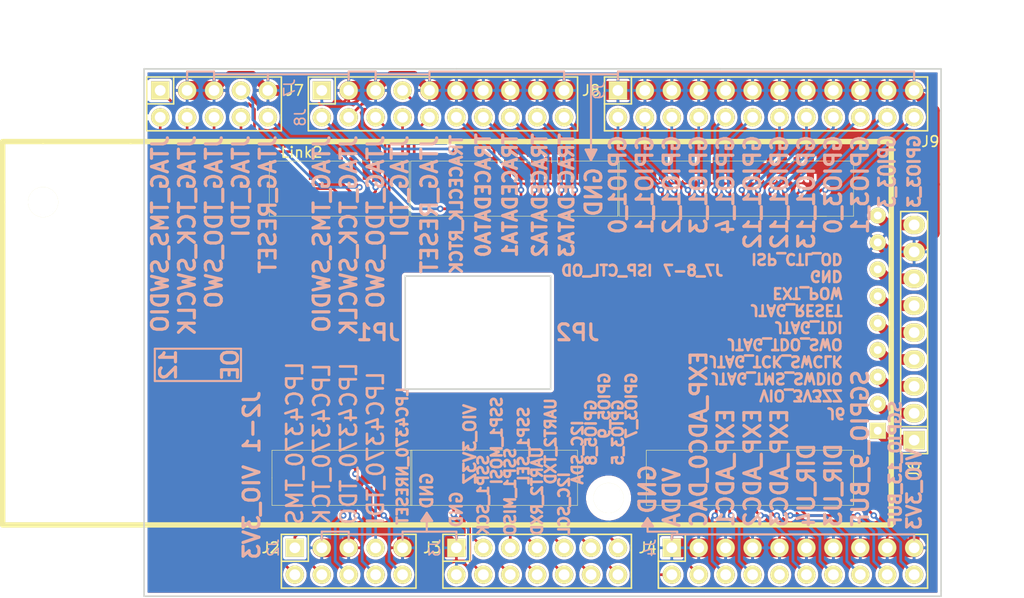
<source format=kicad_pcb>
(kicad_pcb (version 4) (host pcbnew "(after 2015-mar-04 BZR unknown)-product")
  (layers (0 F.Cu signal) (31 B.Cu signal) (34 B.Paste user) (35 F.Paste user) (36 B.SilkS user) (37 F.SilkS user) (38 B.Mask user) (39 F.Mask user) (44 Edge.Cuts user))
  (net 0 "")
  (net 1 "Net-(J2-Pad1)")
  (net 2 "Net-(J2-Pad2)")
  (net 3 GND)
  (net 4 "Net-(J2-Pad4)")
  (net 5 "Net-(J2-Pad6)")
  (net 6 "Net-(J2-Pad7)")
  (net 7 "Net-(J2-Pad8)")
  (net 8 "Net-(J2-Pad10)")
  (net 9 "Net-(J3-Pad2)")
  (net 10 "Net-(J3-Pad3)")
  (net 11 "Net-(J3-Pad4)")
  (net 12 "Net-(J3-Pad5)")
  (net 13 "Net-(J3-Pad6)")
  (net 14 "Net-(J3-Pad7)")
  (net 15 "Net-(J3-Pad8)")
  (net 16 "Net-(J3-Pad9)")
  (net 17 "Net-(J3-Pad10)")
  (net 18 "Net-(J3-Pad11)")
  (net 19 "Net-(J3-Pad12)")
  (net 20 "Net-(J3-Pad13)")
  (net 21 "Net-(J3-Pad14)")
  (net 22 "Net-(J4-Pad2)")
  (net 23 "Net-(J4-Pad4)")
  (net 24 "Net-(J4-Pad6)")
  (net 25 "Net-(J4-Pad8)")
  (net 26 "Net-(J4-Pad12)")
  (net 27 "Net-(J4-Pad14)")
  (net 28 "Net-(J4-Pad16)")
  (net 29 "Net-(J4-Pad18)")
  (net 30 "Net-(J4-Pad20)")
  (net 31 "Net-(J7-Pad1)")
  (net 32 "Net-(J7-Pad2)")
  (net 33 "Net-(J7-Pad4)")
  (net 34 "Net-(J7-Pad6)")
  (net 35 "Net-(J7-Pad7)")
  (net 36 "Net-(J7-Pad8)")
  (net 37 "Net-(J7-Pad10)")
  (net 38 "Net-(J8-Pad1)")
  (net 39 "Net-(J8-Pad2)")
  (net 40 "Net-(J8-Pad4)")
  (net 41 "Net-(J8-Pad6)")
  (net 42 "Net-(J8-Pad7)")
  (net 43 "Net-(J8-Pad8)")
  (net 44 "Net-(J8-Pad10)")
  (net 45 "Net-(J8-Pad12)")
  (net 46 "Net-(J8-Pad14)")
  (net 47 "Net-(J8-Pad16)")
  (net 48 "Net-(J8-Pad18)")
  (net 49 "Net-(J8-Pad20)")
  (net 50 "Net-(J9-Pad2)")
  (net 51 "Net-(J9-Pad4)")
  (net 52 "Net-(J9-Pad6)")
  (net 53 "Net-(J9-Pad8)")
  (net 54 "Net-(J9-Pad10)")
  (net 55 "Net-(J9-Pad12)")
  (net 56 "Net-(J9-Pad14)")
  (net 57 "Net-(J9-Pad16)")
  (net 58 "Net-(J9-Pad18)")
  (net 59 "Net-(J9-Pad20)")
  (net 60 "Net-(J9-Pad22)")
  (net 61 "Net-(J9-Pad24)")
  (net 62 "Net-(J6-Pad1)")
  (net 63 "Net-(J6-Pad2)")
  (net 64 "Net-(J6-Pad3)")
  (net 65 "Net-(J6-Pad4)")
  (net 66 "Net-(J6-Pad5)")
  (net 67 "Net-(J6-Pad6)")
  (net 68 "Net-(J6-Pad7)")
  (net 69 "Net-(J6-Pad9)")
  (module MCU:LPCLink2_Base-SMT (layer F.Cu) (at 171.806 96.5962)
    (fp_text reference Link2 (at -12.7 -20.828) (layer F.SilkS))
    (fp_text value LPCLink2)
    (fp_text user J7 (at -13.3354 -26.67) (layer F.SilkS))
    (fp_text user J4 (at 19.9386 16.51) (layer F.SilkS))
    (fp_text user J9 (at 46.6086 -21.844) (layer F.SilkS))
    (fp_text user J3 (at -0.3814 16.51) (layer F.SilkS))
    (fp_text user J8 (at 14.6046 -26.67) (layer F.SilkS))
    (fp_text user J2 (at -15.6214 16.51) (layer F.SilkS))
    (pad 4-1 smd rect (at 23.876 8.001) (size 0.65 2.15) (layers F.Cu F.Paste F.Mask) (net 3 GND))
    (pad 4-2 smd rect (at 23.876 11.811) (size 0.65 2.15) (layers F.Cu F.Paste F.Mask) (net 22 "Net-(J4-Pad2)"))
    (pad 4-3 smd rect (at 25.146 8.001) (size 0.65 2.15) (layers F.Cu F.Paste F.Mask) (net 3 GND))
    (pad 4-4 smd rect (at 25.146 11.811) (size 0.65 2.15) (layers F.Cu F.Paste F.Mask) (net 23 "Net-(J4-Pad4)"))
    (pad 4-5 smd rect (at 26.416 8.001) (size 0.65 2.15) (layers F.Cu F.Paste F.Mask) (net 3 GND))
    (pad 4-6 smd rect (at 26.416 11.811) (size 0.65 2.15) (layers F.Cu F.Paste F.Mask) (net 24 "Net-(J4-Pad6)"))
    (pad 4-7 smd rect (at 27.686 8.001) (size 0.65 2.15) (layers F.Cu F.Paste F.Mask) (net 3 GND))
    (pad 4-8 smd rect (at 27.686 11.811) (size 0.65 2.15) (layers F.Cu F.Paste F.Mask) (net 25 "Net-(J4-Pad8)"))
    (pad 4-9 smd rect (at 28.956 8.001) (size 0.65 2.15) (layers F.Cu F.Paste F.Mask) (net 3 GND))
    (pad 4-10 smd rect (at 28.956 11.811) (size 0.65 2.15) (layers F.Cu F.Paste F.Mask) (net 3 GND))
    (pad 4-14 smd rect (at 31.496 11.811) (size 0.65 2.15) (layers F.Cu F.Paste F.Mask) (net 27 "Net-(J4-Pad14)"))
    (pad 4-13 smd rect (at 31.496 8.001) (size 0.65 2.15) (layers F.Cu F.Paste F.Mask))
    (pad 4-12 smd rect (at 30.226 11.811) (size 0.65 2.15) (layers F.Cu F.Paste F.Mask) (net 26 "Net-(J4-Pad12)"))
    (pad 4-11 smd rect (at 30.226 8.001) (size 0.65 2.15) (layers F.Cu F.Paste F.Mask) (net 3 GND))
    (pad 4-17 smd rect (at 34.036 8.001) (size 0.65 2.15) (layers F.Cu F.Paste F.Mask) (net 3 GND))
    (pad 4-18 smd rect (at 34.036 11.811) (size 0.65 2.15) (layers F.Cu F.Paste F.Mask) (net 29 "Net-(J4-Pad18)"))
    (pad 4-19 smd rect (at 35.306 8.001) (size 0.65 2.15) (layers F.Cu F.Paste F.Mask) (net 3 GND))
    (pad 4-20 smd rect (at 35.306 11.811) (size 0.65 2.15) (layers F.Cu F.Paste F.Mask) (net 30 "Net-(J4-Pad20)"))
    (pad 4-16 smd rect (at 32.766 11.811) (size 0.65 2.15) (layers F.Cu F.Paste F.Mask) (net 28 "Net-(J4-Pad16)"))
    (pad 4-15 smd rect (at 32.766 8.001) (size 0.65 2.15) (layers F.Cu F.Paste F.Mask) (net 3 GND))
    (pad 9-24 smd rect (at 35.306 -15.494) (size 0.65 2.15) (layers F.Cu F.Paste F.Mask) (net 61 "Net-(J9-Pad24)"))
    (pad 9-23 smd rect (at 35.306 -19.304) (size 0.65 2.15) (layers F.Cu F.Paste F.Mask) (net 3 GND))
    (pad 9-22 smd rect (at 34.036 -15.494) (size 0.65 2.15) (layers F.Cu F.Paste F.Mask) (net 60 "Net-(J9-Pad22)"))
    (pad 9-21 smd rect (at 34.036 -19.304) (size 0.65 2.15) (layers F.Cu F.Paste F.Mask) (net 3 GND))
    (pad 9-1 smd rect (at 21.336 -19.304) (size 0.65 2.15) (layers F.Cu F.Paste F.Mask) (net 3 GND))
    (pad 9-2 smd rect (at 21.336 -15.494) (size 0.65 2.15) (layers F.Cu F.Paste F.Mask) (net 50 "Net-(J9-Pad2)"))
    (pad 9-3 smd rect (at 22.606 -19.304) (size 0.65 2.15) (layers F.Cu F.Paste F.Mask) (net 3 GND))
    (pad 9-4 smd rect (at 22.606 -15.494) (size 0.65 2.15) (layers F.Cu F.Paste F.Mask) (net 51 "Net-(J9-Pad4)"))
    (pad 9-5 smd rect (at 23.876 -19.304) (size 0.65 2.15) (layers F.Cu F.Paste F.Mask) (net 3 GND))
    (pad 9-6 smd rect (at 23.876 -15.494) (size 0.65 2.15) (layers F.Cu F.Paste F.Mask) (net 52 "Net-(J9-Pad6)"))
    (pad 9-7 smd rect (at 25.146 -19.304) (size 0.65 2.15) (layers F.Cu F.Paste F.Mask) (net 3 GND))
    (pad 9-8 smd rect (at 25.146 -15.494) (size 0.65 2.15) (layers F.Cu F.Paste F.Mask) (net 53 "Net-(J9-Pad8)"))
    (pad 9-9 smd rect (at 26.416 -19.304) (size 0.65 2.15) (layers F.Cu F.Paste F.Mask) (net 3 GND))
    (pad 9-10 smd rect (at 26.416 -15.494) (size 0.65 2.15) (layers F.Cu F.Paste F.Mask) (net 54 "Net-(J9-Pad10)"))
    (pad 9-14 smd rect (at 28.956 -15.494) (size 0.65 2.15) (layers F.Cu F.Paste F.Mask) (net 56 "Net-(J9-Pad14)"))
    (pad 9-13 smd rect (at 28.956 -19.304) (size 0.65 2.15) (layers F.Cu F.Paste F.Mask) (net 3 GND))
    (pad 9-12 smd rect (at 27.686 -15.494) (size 0.65 2.15) (layers F.Cu F.Paste F.Mask) (net 55 "Net-(J9-Pad12)"))
    (pad 9-11 smd rect (at 27.686 -19.304) (size 0.65 2.15) (layers F.Cu F.Paste F.Mask) (net 3 GND))
    (pad 9-17 smd rect (at 31.496 -19.304) (size 0.65 2.15) (layers F.Cu F.Paste F.Mask) (net 3 GND))
    (pad 9-18 smd rect (at 31.496 -15.494) (size 0.65 2.15) (layers F.Cu F.Paste F.Mask) (net 58 "Net-(J9-Pad18)"))
    (pad 9-19 smd rect (at 32.766 -19.304) (size 0.65 2.15) (layers F.Cu F.Paste F.Mask) (net 3 GND))
    (pad 9-20 smd rect (at 32.766 -15.494) (size 0.65 2.15) (layers F.Cu F.Paste F.Mask) (net 59 "Net-(J9-Pad20)"))
    (pad 9-16 smd rect (at 30.226 -15.494) (size 0.65 2.15) (layers F.Cu F.Paste F.Mask) (net 57 "Net-(J9-Pad16)"))
    (pad 9-15 smd rect (at 30.226 -19.304) (size 0.65 2.15) (layers F.Cu F.Paste F.Mask) (net 3 GND))
    (pad 8-15 smd rect (at 10.541 -19.304) (size 0.65 2.15) (layers F.Cu F.Paste F.Mask) (net 3 GND))
    (pad 8-16 smd rect (at 10.541 -15.494) (size 0.65 2.15) (layers F.Cu F.Paste F.Mask) (net 47 "Net-(J8-Pad16)"))
    (pad 8-20 smd rect (at 13.081 -15.494) (size 0.65 2.15) (layers F.Cu F.Paste F.Mask) (net 49 "Net-(J8-Pad20)"))
    (pad 8-19 smd rect (at 13.081 -19.304) (size 0.65 2.15) (layers F.Cu F.Paste F.Mask) (net 3 GND))
    (pad 8-18 smd rect (at 11.811 -15.494) (size 0.65 2.15) (layers F.Cu F.Paste F.Mask) (net 48 "Net-(J8-Pad18)"))
    (pad 8-17 smd rect (at 11.811 -19.304) (size 0.65 2.15) (layers F.Cu F.Paste F.Mask) (net 3 GND))
    (pad 3-1 smd rect (at 1.651 8.001) (size 0.65 2.15) (layers F.Cu F.Paste F.Mask) (net 3 GND))
    (pad 3-2 smd rect (at 1.651 11.811) (size 0.65 2.15) (layers F.Cu F.Paste F.Mask) (net 9 "Net-(J3-Pad2)"))
    (pad 3-3 smd rect (at 2.921 8.001) (size 0.65 2.15) (layers F.Cu F.Paste F.Mask) (net 10 "Net-(J3-Pad3)"))
    (pad 3-4 smd rect (at 2.921 11.811) (size 0.65 2.15) (layers F.Cu F.Paste F.Mask) (net 11 "Net-(J3-Pad4)"))
    (pad 3-5 smd rect (at 4.191 8.001) (size 0.65 2.15) (layers F.Cu F.Paste F.Mask) (net 12 "Net-(J3-Pad5)"))
    (pad 3-6 smd rect (at 4.191 11.811) (size 0.65 2.15) (layers F.Cu F.Paste F.Mask) (net 13 "Net-(J3-Pad6)"))
    (pad 3-7 smd rect (at 5.461 8.001) (size 0.65 2.15) (layers F.Cu F.Paste F.Mask) (net 14 "Net-(J3-Pad7)"))
    (pad 3-8 smd rect (at 5.461 11.811) (size 0.65 2.15) (layers F.Cu F.Paste F.Mask) (net 15 "Net-(J3-Pad8)"))
    (pad 3-9 smd rect (at 6.731 8.001) (size 0.65 2.15) (layers F.Cu F.Paste F.Mask) (net 16 "Net-(J3-Pad9)"))
    (pad 3-10 smd rect (at 6.731 11.811) (size 0.65 2.15) (layers F.Cu F.Paste F.Mask) (net 17 "Net-(J3-Pad10)"))
    (pad 3-14 smd rect (at 9.271 11.811) (size 0.65 2.15) (layers F.Cu F.Paste F.Mask) (net 21 "Net-(J3-Pad14)"))
    (pad 3-13 smd rect (at 9.271 8.001) (size 0.65 2.15) (layers F.Cu F.Paste F.Mask) (net 20 "Net-(J3-Pad13)"))
    (pad 3-12 smd rect (at 8.001 11.811) (size 0.65 2.15) (layers F.Cu F.Paste F.Mask) (net 19 "Net-(J3-Pad12)"))
    (pad 3-11 smd rect (at 8.001 8.001) (size 0.65 2.15) (layers F.Cu F.Paste F.Mask) (net 18 "Net-(J3-Pad11)"))
    (pad 8-11 smd rect (at 8.001 -19.304) (size 0.65 2.15) (layers F.Cu F.Paste F.Mask) (net 3 GND))
    (pad 8-12 smd rect (at 8.001 -15.494) (size 0.65 2.15) (layers F.Cu F.Paste F.Mask) (net 45 "Net-(J8-Pad12)"))
    (pad 8-13 smd rect (at 9.271 -19.304) (size 0.65 2.15) (layers F.Cu F.Paste F.Mask) (net 3 GND))
    (pad 8-14 smd rect (at 9.271 -15.494) (size 0.65 2.15) (layers F.Cu F.Paste F.Mask) (net 46 "Net-(J8-Pad14)"))
    (pad 8-10 smd rect (at 6.731 -15.494) (size 0.65 2.15) (layers F.Cu F.Paste F.Mask) (net 44 "Net-(J8-Pad10)"))
    (pad 8-9 smd rect (at 6.731 -19.304) (size 0.65 2.15) (layers F.Cu F.Paste F.Mask) (net 3 GND))
    (pad 8-8 smd rect (at 5.461 -15.494) (size 0.65 2.15) (layers F.Cu F.Paste F.Mask) (net 43 "Net-(J8-Pad8)"))
    (pad 8-7 smd rect (at 5.461 -19.304) (size 0.65 2.15) (layers F.Cu F.Paste F.Mask) (net 42 "Net-(J8-Pad7)"))
    (pad 8-6 smd rect (at 4.191 -15.494) (size 0.65 2.15) (layers F.Cu F.Paste F.Mask) (net 41 "Net-(J8-Pad6)"))
    (pad 8-5 smd rect (at 4.191 -19.304) (size 0.65 2.15) (layers F.Cu F.Paste F.Mask) (net 3 GND))
    (pad 8-4 smd rect (at 2.921 -15.494) (size 0.65 2.15) (layers F.Cu F.Paste F.Mask) (net 40 "Net-(J8-Pad4)"))
    (pad 8-3 smd rect (at 2.921 -19.304) (size 0.65 2.15) (layers F.Cu F.Paste F.Mask) (net 3 GND))
    (pad 8-2 smd rect (at 1.651 -15.494) (size 0.65 2.15) (layers F.Cu F.Paste F.Mask) (net 39 "Net-(J8-Pad2)"))
    (pad 8-1 smd rect (at 1.651 -19.304) (size 0.65 2.15) (layers F.Cu F.Paste F.Mask) (net 38 "Net-(J8-Pad1)"))
    (pad 2-10 smd rect (at -6.35 11.811) (size 0.65 2.15) (layers F.Cu F.Paste F.Mask) (net 8 "Net-(J2-Pad10)"))
    (pad 2-9 smd rect (at -6.35 8.001) (size 0.65 2.15) (layers F.Cu F.Paste F.Mask) (net 3 GND))
    (pad 2-8 smd rect (at -7.62 11.811) (size 0.65 2.15) (layers F.Cu F.Paste F.Mask) (net 7 "Net-(J2-Pad8)"))
    (pad 2-7 smd rect (at -7.62 8.001) (size 0.65 2.15) (layers F.Cu F.Paste F.Mask) (net 6 "Net-(J2-Pad7)"))
    (pad 2-6 smd rect (at -8.89 11.811) (size 0.65 2.15) (layers F.Cu F.Paste F.Mask) (net 5 "Net-(J2-Pad6)"))
    (pad 2-5 smd rect (at -8.89 8.001) (size 0.65 2.15) (layers F.Cu F.Paste F.Mask) (net 3 GND))
    (pad 2-4 smd rect (at -10.16 11.811) (size 0.65 2.15) (layers F.Cu F.Paste F.Mask) (net 4 "Net-(J2-Pad4)"))
    (pad 2-3 smd rect (at -10.16 8.001) (size 0.65 2.15) (layers F.Cu F.Paste F.Mask) (net 3 GND))
    (pad 2-2 smd rect (at -11.43 11.811) (size 0.65 2.15) (layers F.Cu F.Paste F.Mask) (net 2 "Net-(J2-Pad2)"))
    (pad 2-1 smd rect (at -11.43 8.001) (size 0.65 2.15) (layers F.Cu F.Paste F.Mask) (net 1 "Net-(J2-Pad1)"))
    (pad 7-1 smd rect (at -11.684 -19.304) (size 0.65 2.15) (layers F.Cu F.Paste F.Mask) (net 31 "Net-(J7-Pad1)"))
    (pad 7-2 smd rect (at -11.684 -15.494) (size 0.65 2.15) (layers F.Cu F.Paste F.Mask) (net 32 "Net-(J7-Pad2)"))
    (pad 7-3 smd rect (at -10.414 -19.304) (size 0.65 2.15) (layers F.Cu F.Paste F.Mask) (net 3 GND))
    (pad 7-4 smd rect (at -10.414 -15.494) (size 0.65 2.15) (layers F.Cu F.Paste F.Mask) (net 33 "Net-(J7-Pad4)"))
    (pad 7-5 smd rect (at -9.144 -19.304) (size 0.65 2.15) (layers F.Cu F.Paste F.Mask) (net 3 GND))
    (pad 7-6 smd rect (at -9.144 -15.494) (size 0.65 2.15) (layers F.Cu F.Paste F.Mask) (net 34 "Net-(J7-Pad6)"))
    (pad 7-7 smd rect (at -7.874 -19.304) (size 0.65 2.15) (layers F.Cu F.Paste F.Mask) (net 35 "Net-(J7-Pad7)"))
    (pad 7-8 smd rect (at -7.874 -15.494) (size 0.65 2.15) (layers F.Cu F.Paste F.Mask) (net 36 "Net-(J7-Pad8)"))
    (pad 7-9 smd rect (at -6.604 -19.304) (size 0.65 2.15) (layers F.Cu F.Paste F.Mask) (net 3 GND))
    (pad 7-10 smd rect (at -6.604 -15.494) (size 0.65 2.15) (layers F.Cu F.Paste F.Mask) (net 37 "Net-(J7-Pad10)"))
    (pad "" np_thru_hole circle (at -37.084 -16.129) (size 2.85 2.85) (drill 2.85) (layers *.Cu *.Mask F.SilkS))
    (pad "" np_thru_hole circle (at 16.256 11.811) (size 2.85 2.85) (drill 2.85) (layers *.Cu *.Mask F.SilkS) (clearance 0.7))
    (pad 6-9 thru_hole circle (at 41.656 -14.859) (size 1.524 1.524) (drill 0.75) (layers *.Cu *.Mask F.SilkS) (net 69 "Net-(J6-Pad9)"))
    (pad 6-8 thru_hole circle (at 41.656 -12.319) (size 1.524 1.524) (drill 0.75) (layers *.Cu *.Mask F.SilkS) (net 3 GND))
    (pad 6-7 thru_hole circle (at 41.656 -9.779) (size 1.524 1.524) (drill 0.75) (layers *.Cu *.Mask F.SilkS) (net 68 "Net-(J6-Pad7)"))
    (pad 6-6 thru_hole circle (at 41.656 -7.239) (size 1.524 1.524) (drill 0.75) (layers *.Cu *.Mask F.SilkS) (net 67 "Net-(J6-Pad6)"))
    (pad 6-5 thru_hole circle (at 41.656 -4.699) (size 1.524 1.524) (drill 0.75) (layers *.Cu *.Mask F.SilkS) (net 66 "Net-(J6-Pad5)"))
    (pad 6-4 thru_hole circle (at 41.656 -2.159) (size 1.524 1.524) (drill 0.75) (layers *.Cu *.Mask F.SilkS) (net 65 "Net-(J6-Pad4)"))
    (pad 6-3 thru_hole circle (at 41.656 0.381) (size 1.524 1.524) (drill 0.75) (layers *.Cu *.Mask F.SilkS) (net 64 "Net-(J6-Pad3)"))
    (pad 6-2 thru_hole circle (at 41.656 2.921) (size 1.524 1.524) (drill 0.75) (layers *.Cu *.Mask F.SilkS) (net 63 "Net-(J6-Pad2)"))
    (pad 6-1 thru_hole rect (at 41.656 5.461) (size 1.524 1.524) (drill 0.75) (layers *.Cu *.Mask F.SilkS) (net 62 "Net-(J6-Pad1)"))
  )
  (module Socket_Strips:Socket_Strip_Straight_2x05 (layer F.Cu) (at 163.551 114.376 180)
    (fp_text reference J2 (at 7.1124 1.2698 270) (layer B.SilkS) (effects (justify mirror)))
    (fp_text value CONN_02X05 hide)
    (pad 1 thru_hole rect (at 5.08 1.27) (size 1.7272 1.7272) (drill 1.016) (layers *.Cu *.Mask F.SilkS) (net 1 "Net-(J2-Pad1)"))
    (pad 2 thru_hole oval (at 5.08 -1.27) (size 1.7272 1.7272) (drill 1.016) (layers *.Cu *.Mask F.SilkS) (net 2 "Net-(J2-Pad2)"))
    (pad 3 thru_hole oval (at 2.54 1.27) (size 1.7272 1.7272) (drill 1.016) (layers *.Cu *.Mask F.SilkS) (net 3 GND))
    (pad 4 thru_hole oval (at 2.54 -1.27) (size 1.7272 1.7272) (drill 1.016) (layers *.Cu *.Mask F.SilkS) (net 4 "Net-(J2-Pad4)"))
    (pad 5 thru_hole oval (at 0 1.27) (size 1.7272 1.7272) (drill 1.016) (layers *.Cu *.Mask F.SilkS) (net 3 GND))
    (pad 6 thru_hole oval (at 0 -1.27) (size 1.7272 1.7272) (drill 1.016) (layers *.Cu *.Mask F.SilkS) (net 5 "Net-(J2-Pad6)"))
    (pad 7 thru_hole oval (at -2.54 1.27) (size 1.7272 1.7272) (drill 1.016) (layers *.Cu *.Mask F.SilkS) (net 6 "Net-(J2-Pad7)"))
    (pad 8 thru_hole oval (at -2.54 -1.27) (size 1.7272 1.7272) (drill 1.016) (layers *.Cu *.Mask F.SilkS) (net 7 "Net-(J2-Pad8)"))
    (pad 9 thru_hole oval (at -5.08 1.27) (size 1.7272 1.7272) (drill 1.016) (layers *.Cu *.Mask F.SilkS) (net 3 GND))
    (pad 10 thru_hole oval (at -5.08 -1.27) (size 1.7272 1.7272) (drill 1.016) (layers *.Cu *.Mask F.SilkS) (net 8 "Net-(J2-Pad10)"))
  )
  (module Socket_Strips:Socket_Strip_Straight_2x07 (layer F.Cu) (at 181.331 114.376 180)
    (fp_text reference J3 (at 9.6524 1.2698 270) (layer B.SilkS) (effects (justify mirror)))
    (fp_text value CONN_02X07 hide)
    (pad 1 thru_hole rect (at 7.62 1.27) (size 1.7272 1.7272) (drill 1.016) (layers *.Cu *.Mask F.SilkS) (net 3 GND))
    (pad 2 thru_hole oval (at 7.62 -1.27) (size 1.7272 1.7272) (drill 1.016) (layers *.Cu *.Mask F.SilkS) (net 9 "Net-(J3-Pad2)"))
    (pad 3 thru_hole oval (at 5.08 1.27) (size 1.7272 1.7272) (drill 1.016) (layers *.Cu *.Mask F.SilkS) (net 10 "Net-(J3-Pad3)"))
    (pad 4 thru_hole oval (at 5.08 -1.27) (size 1.7272 1.7272) (drill 1.016) (layers *.Cu *.Mask F.SilkS) (net 11 "Net-(J3-Pad4)"))
    (pad 5 thru_hole oval (at 2.54 1.27) (size 1.7272 1.7272) (drill 1.016) (layers *.Cu *.Mask F.SilkS) (net 12 "Net-(J3-Pad5)"))
    (pad 6 thru_hole oval (at 2.54 -1.27) (size 1.7272 1.7272) (drill 1.016) (layers *.Cu *.Mask F.SilkS) (net 13 "Net-(J3-Pad6)"))
    (pad 7 thru_hole oval (at 0 1.27) (size 1.7272 1.7272) (drill 1.016) (layers *.Cu *.Mask F.SilkS) (net 14 "Net-(J3-Pad7)"))
    (pad 8 thru_hole oval (at 0 -1.27) (size 1.7272 1.7272) (drill 1.016) (layers *.Cu *.Mask F.SilkS) (net 15 "Net-(J3-Pad8)"))
    (pad 9 thru_hole oval (at -2.54 1.27) (size 1.7272 1.7272) (drill 1.016) (layers *.Cu *.Mask F.SilkS) (net 16 "Net-(J3-Pad9)"))
    (pad 10 thru_hole oval (at -2.54 -1.27) (size 1.7272 1.7272) (drill 1.016) (layers *.Cu *.Mask F.SilkS) (net 17 "Net-(J3-Pad10)"))
    (pad 11 thru_hole oval (at -5.08 1.27) (size 1.7272 1.7272) (drill 1.016) (layers *.Cu *.Mask F.SilkS) (net 18 "Net-(J3-Pad11)"))
    (pad 12 thru_hole oval (at -5.08 -1.27) (size 1.7272 1.7272) (drill 1.016) (layers *.Cu *.Mask F.SilkS) (net 19 "Net-(J3-Pad12)"))
    (pad 13 thru_hole oval (at -7.62 1.27) (size 1.7272 1.7272) (drill 1.016) (layers *.Cu *.Mask F.SilkS) (net 20 "Net-(J3-Pad13)"))
    (pad 14 thru_hole oval (at -7.62 -1.27) (size 1.7272 1.7272) (drill 1.016) (layers *.Cu *.Mask F.SilkS) (net 21 "Net-(J3-Pad14)"))
  )
  (module Socket_Strips:Socket_Strip_Straight_2x10 (layer F.Cu) (at 205.461 114.376 180)
    (fp_text reference J4 (at 13.4624 1.2698 270) (layer B.SilkS) (effects (justify mirror)))
    (fp_text value CONN_02X10 hide)
    (pad 1 thru_hole rect (at 11.43 1.27) (size 1.7272 1.7272) (drill 1.016) (layers *.Cu *.Mask F.SilkS) (net 3 GND))
    (pad 2 thru_hole oval (at 11.43 -1.27) (size 1.7272 1.7272) (drill 1.016) (layers *.Cu *.Mask F.SilkS) (net 22 "Net-(J4-Pad2)"))
    (pad 3 thru_hole oval (at 8.89 1.27) (size 1.7272 1.7272) (drill 1.016) (layers *.Cu *.Mask F.SilkS) (net 3 GND))
    (pad 4 thru_hole oval (at 8.89 -1.27) (size 1.7272 1.7272) (drill 1.016) (layers *.Cu *.Mask F.SilkS) (net 23 "Net-(J4-Pad4)"))
    (pad 5 thru_hole oval (at 6.35 1.27) (size 1.7272 1.7272) (drill 1.016) (layers *.Cu *.Mask F.SilkS) (net 3 GND))
    (pad 6 thru_hole oval (at 6.35 -1.27) (size 1.7272 1.7272) (drill 1.016) (layers *.Cu *.Mask F.SilkS) (net 24 "Net-(J4-Pad6)"))
    (pad 7 thru_hole oval (at 3.81 1.27) (size 1.7272 1.7272) (drill 1.016) (layers *.Cu *.Mask F.SilkS) (net 3 GND))
    (pad 8 thru_hole oval (at 3.81 -1.27) (size 1.7272 1.7272) (drill 1.016) (layers *.Cu *.Mask F.SilkS) (net 25 "Net-(J4-Pad8)"))
    (pad 9 thru_hole oval (at 1.27 1.27) (size 1.7272 1.7272) (drill 1.016) (layers *.Cu *.Mask F.SilkS) (net 3 GND))
    (pad 10 thru_hole oval (at 1.27 -1.27) (size 1.7272 1.7272) (drill 1.016) (layers *.Cu *.Mask F.SilkS))
    (pad 11 thru_hole oval (at -1.27 1.27) (size 1.7272 1.7272) (drill 1.016) (layers *.Cu *.Mask F.SilkS) (net 3 GND))
    (pad 12 thru_hole oval (at -1.27 -1.27) (size 1.7272 1.7272) (drill 1.016) (layers *.Cu *.Mask F.SilkS) (net 26 "Net-(J4-Pad12)"))
    (pad 13 thru_hole oval (at -3.81 1.27) (size 1.7272 1.7272) (drill 1.016) (layers *.Cu *.Mask F.SilkS) (net 3 GND))
    (pad 14 thru_hole oval (at -3.81 -1.27) (size 1.7272 1.7272) (drill 1.016) (layers *.Cu *.Mask F.SilkS) (net 27 "Net-(J4-Pad14)"))
    (pad 15 thru_hole oval (at -6.35 1.27) (size 1.7272 1.7272) (drill 1.016) (layers *.Cu *.Mask F.SilkS) (net 3 GND))
    (pad 16 thru_hole oval (at -6.35 -1.27) (size 1.7272 1.7272) (drill 1.016) (layers *.Cu *.Mask F.SilkS) (net 28 "Net-(J4-Pad16)"))
    (pad 17 thru_hole oval (at -8.89 1.27) (size 1.7272 1.7272) (drill 1.016) (layers *.Cu *.Mask F.SilkS) (net 3 GND))
    (pad 18 thru_hole oval (at -8.89 -1.27) (size 1.7272 1.7272) (drill 1.016) (layers *.Cu *.Mask F.SilkS) (net 29 "Net-(J4-Pad18)"))
    (pad 19 thru_hole oval (at -11.43 1.27) (size 1.7272 1.7272) (drill 1.016) (layers *.Cu *.Mask F.SilkS) (net 3 GND))
    (pad 20 thru_hole oval (at -11.43 -1.27) (size 1.7272 1.7272) (drill 1.016) (layers *.Cu *.Mask F.SilkS) (net 30 "Net-(J4-Pad20)"))
  )
  (module Socket_Strips:Socket_Strip_Straight_2x05 (layer F.Cu) (at 150.851 71.1962 180)
    (fp_text reference J7 (at -7.1116 1.524 270) (layer B.SilkS) (effects (justify mirror)))
    (fp_text value CONN_02X05 hide)
    (pad 1 thru_hole rect (at 5.08 1.27) (size 1.7272 1.7272) (drill 1.016) (layers *.Cu *.Mask F.SilkS) (net 31 "Net-(J7-Pad1)"))
    (pad 2 thru_hole oval (at 5.08 -1.27) (size 1.7272 1.7272) (drill 1.016) (layers *.Cu *.Mask F.SilkS) (net 32 "Net-(J7-Pad2)"))
    (pad 3 thru_hole oval (at 2.54 1.27) (size 1.7272 1.7272) (drill 1.016) (layers *.Cu *.Mask F.SilkS) (net 3 GND))
    (pad 4 thru_hole oval (at 2.54 -1.27) (size 1.7272 1.7272) (drill 1.016) (layers *.Cu *.Mask F.SilkS) (net 33 "Net-(J7-Pad4)"))
    (pad 5 thru_hole oval (at 0 1.27) (size 1.7272 1.7272) (drill 1.016) (layers *.Cu *.Mask F.SilkS) (net 3 GND))
    (pad 6 thru_hole oval (at 0 -1.27) (size 1.7272 1.7272) (drill 1.016) (layers *.Cu *.Mask F.SilkS) (net 34 "Net-(J7-Pad6)"))
    (pad 7 thru_hole oval (at -2.54 1.27) (size 1.7272 1.7272) (drill 1.016) (layers *.Cu *.Mask F.SilkS) (net 35 "Net-(J7-Pad7)"))
    (pad 8 thru_hole oval (at -2.54 -1.27) (size 1.7272 1.7272) (drill 1.016) (layers *.Cu *.Mask F.SilkS) (net 36 "Net-(J7-Pad8)"))
    (pad 9 thru_hole oval (at -5.08 1.27) (size 1.7272 1.7272) (drill 1.016) (layers *.Cu *.Mask F.SilkS) (net 3 GND))
    (pad 10 thru_hole oval (at -5.08 -1.27) (size 1.7272 1.7272) (drill 1.016) (layers *.Cu *.Mask F.SilkS) (net 37 "Net-(J7-Pad10)"))
  )
  (module Socket_Strips:Socket_Strip_Straight_2x10 (layer F.Cu) (at 172.441 71.1962 180)
    (fp_text reference J8 (at 13.4624 -1.27 270) (layer B.SilkS) (effects (justify mirror)))
    (fp_text value CONN_02X10 hide)
    (pad 1 thru_hole rect (at 11.43 1.27) (size 1.7272 1.7272) (drill 1.016) (layers *.Cu *.Mask F.SilkS) (net 38 "Net-(J8-Pad1)"))
    (pad 2 thru_hole oval (at 11.43 -1.27) (size 1.7272 1.7272) (drill 1.016) (layers *.Cu *.Mask F.SilkS) (net 39 "Net-(J8-Pad2)"))
    (pad 3 thru_hole oval (at 8.89 1.27) (size 1.7272 1.7272) (drill 1.016) (layers *.Cu *.Mask F.SilkS) (net 3 GND))
    (pad 4 thru_hole oval (at 8.89 -1.27) (size 1.7272 1.7272) (drill 1.016) (layers *.Cu *.Mask F.SilkS) (net 40 "Net-(J8-Pad4)"))
    (pad 5 thru_hole oval (at 6.35 1.27) (size 1.7272 1.7272) (drill 1.016) (layers *.Cu *.Mask F.SilkS) (net 3 GND))
    (pad 6 thru_hole oval (at 6.35 -1.27) (size 1.7272 1.7272) (drill 1.016) (layers *.Cu *.Mask F.SilkS) (net 41 "Net-(J8-Pad6)"))
    (pad 7 thru_hole oval (at 3.81 1.27) (size 1.7272 1.7272) (drill 1.016) (layers *.Cu *.Mask F.SilkS) (net 42 "Net-(J8-Pad7)"))
    (pad 8 thru_hole oval (at 3.81 -1.27) (size 1.7272 1.7272) (drill 1.016) (layers *.Cu *.Mask F.SilkS) (net 43 "Net-(J8-Pad8)"))
    (pad 9 thru_hole oval (at 1.27 1.27) (size 1.7272 1.7272) (drill 1.016) (layers *.Cu *.Mask F.SilkS) (net 3 GND))
    (pad 10 thru_hole oval (at 1.27 -1.27) (size 1.7272 1.7272) (drill 1.016) (layers *.Cu *.Mask F.SilkS) (net 44 "Net-(J8-Pad10)"))
    (pad 11 thru_hole oval (at -1.27 1.27) (size 1.7272 1.7272) (drill 1.016) (layers *.Cu *.Mask F.SilkS) (net 3 GND))
    (pad 12 thru_hole oval (at -1.27 -1.27) (size 1.7272 1.7272) (drill 1.016) (layers *.Cu *.Mask F.SilkS) (net 45 "Net-(J8-Pad12)"))
    (pad 13 thru_hole oval (at -3.81 1.27) (size 1.7272 1.7272) (drill 1.016) (layers *.Cu *.Mask F.SilkS) (net 3 GND))
    (pad 14 thru_hole oval (at -3.81 -1.27) (size 1.7272 1.7272) (drill 1.016) (layers *.Cu *.Mask F.SilkS) (net 46 "Net-(J8-Pad14)"))
    (pad 15 thru_hole oval (at -6.35 1.27) (size 1.7272 1.7272) (drill 1.016) (layers *.Cu *.Mask F.SilkS) (net 3 GND))
    (pad 16 thru_hole oval (at -6.35 -1.27) (size 1.7272 1.7272) (drill 1.016) (layers *.Cu *.Mask F.SilkS) (net 47 "Net-(J8-Pad16)"))
    (pad 17 thru_hole oval (at -8.89 1.27) (size 1.7272 1.7272) (drill 1.016) (layers *.Cu *.Mask F.SilkS) (net 3 GND))
    (pad 18 thru_hole oval (at -8.89 -1.27) (size 1.7272 1.7272) (drill 1.016) (layers *.Cu *.Mask F.SilkS) (net 48 "Net-(J8-Pad18)"))
    (pad 19 thru_hole oval (at -11.43 1.27) (size 1.7272 1.7272) (drill 1.016) (layers *.Cu *.Mask F.SilkS) (net 3 GND))
    (pad 20 thru_hole oval (at -11.43 -1.27) (size 1.7272 1.7272) (drill 1.016) (layers *.Cu *.Mask F.SilkS) (net 49 "Net-(J8-Pad20)"))
  )
  (module Socket_Strips:Socket_Strip_Straight_2x12 (layer F.Cu) (at 202.921 71.1962 180)
    (fp_text reference J9 (at 15.7484 1.27 270) (layer B.SilkS) (effects (justify mirror)))
    (fp_text value CONN_02X12 hide)
    (pad 1 thru_hole rect (at 13.97 1.27) (size 1.7272 1.7272) (drill 1.016) (layers *.Cu *.Mask F.SilkS) (net 3 GND))
    (pad 2 thru_hole oval (at 13.97 -1.27) (size 1.7272 1.7272) (drill 1.016) (layers *.Cu *.Mask F.SilkS) (net 50 "Net-(J9-Pad2)"))
    (pad 3 thru_hole oval (at 11.43 1.27) (size 1.7272 1.7272) (drill 1.016) (layers *.Cu *.Mask F.SilkS) (net 3 GND))
    (pad 4 thru_hole oval (at 11.43 -1.27) (size 1.7272 1.7272) (drill 1.016) (layers *.Cu *.Mask F.SilkS) (net 51 "Net-(J9-Pad4)"))
    (pad 5 thru_hole oval (at 8.89 1.27) (size 1.7272 1.7272) (drill 1.016) (layers *.Cu *.Mask F.SilkS) (net 3 GND))
    (pad 6 thru_hole oval (at 8.89 -1.27) (size 1.7272 1.7272) (drill 1.016) (layers *.Cu *.Mask F.SilkS) (net 52 "Net-(J9-Pad6)"))
    (pad 7 thru_hole oval (at 6.35 1.27) (size 1.7272 1.7272) (drill 1.016) (layers *.Cu *.Mask F.SilkS) (net 3 GND))
    (pad 8 thru_hole oval (at 6.35 -1.27) (size 1.7272 1.7272) (drill 1.016) (layers *.Cu *.Mask F.SilkS) (net 53 "Net-(J9-Pad8)"))
    (pad 9 thru_hole oval (at 3.81 1.27) (size 1.7272 1.7272) (drill 1.016) (layers *.Cu *.Mask F.SilkS) (net 3 GND))
    (pad 10 thru_hole oval (at 3.81 -1.27) (size 1.7272 1.7272) (drill 1.016) (layers *.Cu *.Mask F.SilkS) (net 54 "Net-(J9-Pad10)"))
    (pad 11 thru_hole oval (at 1.27 1.27) (size 1.7272 1.7272) (drill 1.016) (layers *.Cu *.Mask F.SilkS) (net 3 GND))
    (pad 12 thru_hole oval (at 1.27 -1.27) (size 1.7272 1.7272) (drill 1.016) (layers *.Cu *.Mask F.SilkS) (net 55 "Net-(J9-Pad12)"))
    (pad 13 thru_hole oval (at -1.27 1.27) (size 1.7272 1.7272) (drill 1.016) (layers *.Cu *.Mask F.SilkS) (net 3 GND))
    (pad 14 thru_hole oval (at -1.27 -1.27) (size 1.7272 1.7272) (drill 1.016) (layers *.Cu *.Mask F.SilkS) (net 56 "Net-(J9-Pad14)"))
    (pad 15 thru_hole oval (at -3.81 1.27) (size 1.7272 1.7272) (drill 1.016) (layers *.Cu *.Mask F.SilkS) (net 3 GND))
    (pad 16 thru_hole oval (at -3.81 -1.27) (size 1.7272 1.7272) (drill 1.016) (layers *.Cu *.Mask F.SilkS) (net 57 "Net-(J9-Pad16)"))
    (pad 17 thru_hole oval (at -6.35 1.27) (size 1.7272 1.7272) (drill 1.016) (layers *.Cu *.Mask F.SilkS) (net 3 GND))
    (pad 18 thru_hole oval (at -6.35 -1.27) (size 1.7272 1.7272) (drill 1.016) (layers *.Cu *.Mask F.SilkS) (net 58 "Net-(J9-Pad18)"))
    (pad 19 thru_hole oval (at -8.89 1.27) (size 1.7272 1.7272) (drill 1.016) (layers *.Cu *.Mask F.SilkS) (net 3 GND))
    (pad 20 thru_hole oval (at -8.89 -1.27) (size 1.7272 1.7272) (drill 1.016) (layers *.Cu *.Mask F.SilkS) (net 59 "Net-(J9-Pad20)"))
    (pad 21 thru_hole oval (at -11.43 1.27) (size 1.7272 1.7272) (drill 1.016) (layers *.Cu *.Mask F.SilkS) (net 3 GND))
    (pad 22 thru_hole oval (at -11.43 -1.27) (size 1.7272 1.7272) (drill 1.016) (layers *.Cu *.Mask F.SilkS) (net 60 "Net-(J9-Pad22)"))
    (pad 23 thru_hole oval (at -13.97 1.27) (size 1.7272 1.7272) (drill 1.016) (layers *.Cu *.Mask F.SilkS) (net 3 GND))
    (pad 24 thru_hole oval (at -13.97 -1.27) (size 1.7272 1.7272) (drill 1.016) (layers *.Cu *.Mask F.SilkS) (net 61 "Net-(J9-Pad24)"))
  )
  (module Socket_Strips:Socket_Strip_Straight_1x09 (layer F.Cu) (at 216.891 92.7862 270)
    (fp_text reference J6 (at 12.954 0.0004 270) (layer F.SilkS))
    (fp_text value CONN_01X09 hide)
    (pad 1 thru_hole rect (at 10.16 0 90) (size 1.7272 2.032) (drill 1.016) (layers *.Cu *.Mask F.SilkS) (net 62 "Net-(J6-Pad1)"))
    (pad 2 thru_hole oval (at 7.62 0 90) (size 1.7272 2.032) (drill 1.016) (layers *.Cu *.Mask F.SilkS) (net 63 "Net-(J6-Pad2)"))
    (pad 3 thru_hole oval (at 5.08 0 90) (size 1.7272 2.032) (drill 1.016) (layers *.Cu *.Mask F.SilkS) (net 64 "Net-(J6-Pad3)"))
    (pad 4 thru_hole oval (at 2.54 0 90) (size 1.7272 2.032) (drill 1.016) (layers *.Cu *.Mask F.SilkS) (net 65 "Net-(J6-Pad4)"))
    (pad 5 thru_hole oval (at 0 0 90) (size 1.7272 2.032) (drill 1.016) (layers *.Cu *.Mask F.SilkS) (net 66 "Net-(J6-Pad5)"))
    (pad 6 thru_hole oval (at -2.54 0 90) (size 1.7272 2.032) (drill 1.016) (layers *.Cu *.Mask F.SilkS) (net 67 "Net-(J6-Pad6)"))
    (pad 7 thru_hole oval (at -5.08 0 90) (size 1.7272 2.032) (drill 1.016) (layers *.Cu *.Mask F.SilkS) (net 68 "Net-(J6-Pad7)"))
    (pad 8 thru_hole oval (at -7.62 0 90) (size 1.7272 2.032) (drill 1.016) (layers *.Cu *.Mask F.SilkS) (net 3 GND))
    (pad 9 thru_hole oval (at -10.16 0 90) (size 1.7272 2.032) (drill 1.016) (layers *.Cu *.Mask F.SilkS) (net 69 "Net-(J6-Pad9)"))
  )
  (module logo:logo_F_Cu_h2.3 (layer F.Cu) (at 146.7866 107.0102 90)
    (fp_text reference G*** hide)
    (fp_text value LOGO hide)
    (fp_poly (pts (xy 8.191014 0.5334) (xy 8.18392 0.593725) (xy 8.157891 0.721383) (xy 8.112128 0.836221) (xy 8.048044 0.936335) (xy 7.967049 1.019823) (xy 7.870557 1.08478) (xy 7.794969 1.118054) (xy 7.732509 1.13426) (xy 7.653773 1.145745) (xy 7.566042 1.152313) (xy 7.476599 1.153768) (xy 7.392722 1.149915) (xy 7.321694 1.140558) (xy 7.286776 1.131733) (xy 7.181076 1.084118) (xy 7.082622 1.014869) (xy 6.994414 0.927393) (xy 6.919455 0.825098) (xy 6.860748 0.711392) (xy 6.825918 0.608517) (xy 6.812922 0.535703) (xy 6.806169 0.44741) (xy 6.80567 0.352785) (xy 6.811437 0.260972) (xy 6.823483 0.181118) (xy 6.825324 0.172888) (xy 6.866707 0.047672) (xy 6.92835 -0.064973) (xy 7.008077 -0.162868) (xy 7.103706 -0.24383) (xy 7.213061 -0.30568) (xy 7.33396 -0.346238) (xy 7.34695 -0.349112) (xy 7.467942 -0.364361) (xy 7.593369 -0.361634) (xy 7.715693 -0.341768) (xy 7.827373 -0.305605) (xy 7.856271 -0.292398) (xy 7.942606 -0.236326) (xy 8.017814 -0.160382) (xy 8.078675 -0.06883) (xy 8.121971 0.034066) (xy 8.132887 0.074125) (xy 8.151147 0.1524) (xy 8.00221 0.1524) (xy 7.853273 0.1524) (xy 7.824656 0.083356) (xy 7.789652 0.021008) (xy 7.741552 -0.034869) (xy 7.686795 -0.077958) (xy 7.637204 -0.100566) (xy 7.578986 -0.110528) (xy 7.510803 -0.113083) (xy 7.443989 -0.10843) (xy 7.389877 -0.096768) (xy 7.388199 -0.096181) (xy 7.309481 -0.055079) (xy 7.24113 0.006451) (xy 7.184643 0.085039) (xy 7.141515 0.177311) (xy 7.113243 0.279895) (xy 7.101323 0.389421) (xy 7.107252 0.502516) (xy 7.111191 0.52806) (xy 7.140548 0.641442) (xy 7.186161 0.735651) (xy 7.248486 0.811399) (xy 7.327977 0.8694) (xy 7.329624 0.870317) (xy 7.367023 0.889423) (xy 7.399931 0.900751) (xy 7.437504 0.906256) (xy 7.488897 0.907892) (xy 7.5057 0.907925) (xy 7.605593 0.899689) (xy 7.68885 0.8745) (xy 7.758672 0.831263) (xy 7.776759 0.815294) (xy 7.818871 0.762933) (xy 7.854248 0.69601) (xy 7.877672 0.625314) (xy 7.882834 0.59591) (xy 7.890237 0.5334) (xy 8.040626 0.5334) (xy 8.191014 0.5334) (xy 8.191014 0.5334)) (layer F.Cu) (width 0.1))
    (fp_poly (pts (xy 6.5024 0.615294) (xy 6.498832 0.629208) (xy 6.489336 0.66125) (xy 6.475727 0.705353) (xy 6.470785 0.721065) (xy 6.422007 0.840117) (xy 6.356796 0.939913) (xy 6.27475 1.020901) (xy 6.175462 1.083528) (xy 6.122913 1.106676) (xy 6.069229 1.121291) (xy 5.997649 1.132046) (xy 5.915422 1.138688) (xy 5.829794 1.140967) (xy 5.748013 1.138631) (xy 5.677326 1.131428) (xy 5.6388 1.123486) (xy 5.539725 1.089143) (xy 5.453624 1.042497) (xy 5.372096 0.978587) (xy 5.337182 0.945388) (xy 5.261324 0.85914) (xy 5.204235 0.768286) (xy 5.164376 0.668695) (xy 5.140213 0.556234) (xy 5.130208 0.426771) (xy 5.129735 0.38735) (xy 5.132519 0.285633) (xy 5.142064 0.200464) (xy 5.160156 0.123478) (xy 5.188583 0.046315) (xy 5.214832 -0.010734) (xy 5.279866 -0.116881) (xy 5.361115 -0.205807) (xy 5.455635 -0.276975) (xy 5.560486 -0.329844) (xy 5.672726 -0.363875) (xy 5.789414 -0.378529) (xy 5.907607 -0.373267) (xy 6.024366 -0.34755) (xy 6.136748 -0.300837) (xy 6.241811 -0.232591) (xy 6.274635 -0.20502) (xy 6.346767 -0.124534) (xy 6.405984 -0.024672) (xy 6.443563 0.06985) (xy 6.45251 0.106112) (xy 6.462495 0.159707) (xy 6.472356 0.222666) (xy 6.480926 0.287016) (xy 6.487043 0.344789) (xy 6.489479 0.384175) (xy 6.477264 0.386201) (xy 6.442268 0.38808) (xy 6.387108 0.389765) (xy 6.314405 0.39121) (xy 6.226776 0.392367) (xy 6.174218 0.3928) (xy 6.174218 0.1651) (xy 6.165309 0.123825) (xy 6.138135 0.04974) (xy 6.092462 -0.018888) (xy 6.033584 -0.076237) (xy 5.966793 -0.116484) (xy 5.93732 -0.126981) (xy 5.875771 -0.136991) (xy 5.803916 -0.137806) (xy 5.731701 -0.130189) (xy 5.669073 -0.114901) (xy 5.644283 -0.104528) (xy 5.587905 -0.065714) (xy 5.532787 -0.010537) (xy 5.486681 0.052813) (xy 5.47425 0.075121) (xy 5.460955 0.100739) (xy 5.451741 0.120981) (xy 5.44897 0.136479) (xy 5.455005 0.147863) (xy 5.472208 0.155764) (xy 5.502941 0.160812) (xy 5.549568 0.16364) (xy 5.61445 0.164876) (xy 5.699949 0.165152) (xy 5.808429 0.1651) (xy 5.811259 0.1651) (xy 6.174218 0.1651) (xy 6.174218 0.3928) (xy 6.126839 0.393191) (xy 6.017215 0.393635) (xy 5.954836 0.3937) (xy 5.419973 0.3937) (xy 5.428473 0.466725) (xy 5.4509 0.585995) (xy 5.487986 0.685544) (xy 5.539478 0.764855) (xy 5.602692 0.821787) (xy 5.659246 0.856597) (xy 5.710445 0.878683) (xy 5.76539 0.890634) (xy 5.833182 0.89504) (xy 5.86105 0.895279) (xy 5.921476 0.89408) (xy 5.965157 0.889546) (xy 6.000681 0.880137) (xy 6.036641 0.864313) (xy 6.038201 0.863529) (xy 6.108573 0.815229) (xy 6.158771 0.751526) (xy 6.187862 0.675897) (xy 6.20361 0.6096) (xy 6.353005 0.6096) (xy 6.411212 0.610052) (xy 6.458818 0.611284) (xy 6.490865 0.613106) (xy 6.5024 0.615294) (xy 6.5024 0.615294)) (layer F.Cu) (width 0.1))
    (fp_poly (pts (xy -3.9243 1.1176) (xy -4.08305 1.1176) (xy -4.2418 1.1176) (xy -4.2418 0.5969) (xy -4.2418 0.0762) (xy -4.76885 0.0762) (xy -5.2959 0.0762) (xy -5.2959 0.5969) (xy -5.2959 1.1176) (xy -5.45465 1.1176) (xy -5.6134 1.1176) (xy -5.6134 0) (xy -5.6134 -1.1176) (xy -5.45465 -1.1176) (xy -5.2959 -1.1176) (xy -5.2959 -0.6477) (xy -5.2959 -0.1778) (xy -4.76885 -0.1778) (xy -4.2418 -0.1778) (xy -4.2418 -0.6477) (xy -4.2418 -1.1176) (xy -4.08305 -1.1176) (xy -3.9243 -1.1176) (xy -3.9243 0) (xy -3.9243 1.1176) (xy -3.9243 1.1176)) (layer F.Cu) (width 0.1))
    (fp_poly (pts (xy -1.612584 1.108075) (xy -1.624613 1.111631) (xy -1.657266 1.11454) (xy -1.705769 1.116531) (xy -1.765349 1.11733) (xy -1.774825 1.117331) (xy -1.93675 1.117062) (xy -2.070901 0.783956) (xy -2.205052 0.45085) (xy -2.3114 0.45085) (xy -2.3114 0.171042) (xy -2.315696 0.157411) (xy -2.327767 0.123654) (xy -2.346389 0.072992) (xy -2.370339 0.008646) (xy -2.398393 -0.066161) (xy -2.429327 -0.14821) (xy -2.461918 -0.234278) (xy -2.494942 -0.321145) (xy -2.527175 -0.40559) (xy -2.557393 -0.48439) (xy -2.584374 -0.554325) (xy -2.606892 -0.612174) (xy -2.623724 -0.654715) (xy -2.633647 -0.678727) (xy -2.635802 -0.68289) (xy -2.640867 -0.670666) (xy -2.653614 -0.63792) (xy -2.672814 -0.587911) (xy -2.697234 -0.523901) (xy -2.725644 -0.449151) (xy -2.756811 -0.366921) (xy -2.789505 -0.280473) (xy -2.822494 -0.193068) (xy -2.854546 -0.107967) (xy -2.884432 -0.028431) (xy -2.910918 0.042279) (xy -2.932775 0.100903) (xy -2.94877 0.144178) (xy -2.957672 0.168845) (xy -2.9591 0.173329) (xy -2.946962 0.174539) (xy -2.91279 0.175626) (xy -2.859953 0.176541) (xy -2.791817 0.177239) (xy -2.711749 0.177673) (xy -2.63525 0.1778) (xy -2.547561 0.177546) (xy -2.468883 0.176833) (xy -2.402583 0.175731) (xy -2.352029 0.174309) (xy -2.320588 0.172638) (xy -2.3114 0.171042) (xy -2.3114 0.45085) (xy -2.634122 0.45085) (xy -3.063192 0.45085) (xy -3.198069 0.784225) (xy -3.332946 1.1176) (xy -3.496205 1.1176) (xy -3.565195 1.117096) (xy -3.612179 1.115343) (xy -3.640533 1.111977) (xy -3.653634 1.106636) (xy -3.655357 1.100491) (xy -3.650206 1.086445) (xy -3.636391 1.050433) (xy -3.614563 0.994117) (xy -3.585373 0.91916) (xy -3.549471 0.827227) (xy -3.50751 0.719981) (xy -3.460139 0.599084) (xy -3.40801 0.466201) (xy -3.351773 0.322994) (xy -3.29208 0.171127) (xy -3.229581 0.012263) (xy -3.2131 -0.029605) (xy -2.77495 -1.142592) (xy -2.635049 -1.142796) (xy -2.495148 -1.143) (xy -2.053708 -0.022226) (xy -1.990433 0.138529) (xy -1.929878 0.292582) (xy -1.872683 0.438292) (xy -1.81949 0.574016) (xy -1.770939 0.698112) (xy -1.72767 0.808938) (xy -1.690326 0.904853) (xy -1.659546 0.984213) (xy -1.635972 1.045376) (xy -1.620245 1.086702) (xy -1.613005 1.106546) (xy -1.612584 1.108075) (xy -1.612584 1.108075)) (layer F.Cu) (width 0.1))
    (fp_poly (pts (xy 0.342679 -0.416461) (xy 0.33291 -0.276085) (xy 0.304534 -0.150745) (xy 0.258017 -0.041376) (xy 0.193826 0.05109) (xy 0.112429 0.125718) (xy 0.052775 0.163022) (xy 0.014747 0.182605) (xy 0.005686 0.186696) (xy 0.005686 -0.405373) (xy 0.005589 -0.43815) (xy 0.004161 -0.512965) (xy 0.000342 -0.567742) (xy -0.006468 -0.60778) (xy -0.01687 -0.638379) (xy -0.017165 -0.639033) (xy -0.057378 -0.703919) (xy -0.114154 -0.764641) (xy -0.179016 -0.81278) (xy -0.206667 -0.827237) (xy -0.226216 -0.835702) (xy -0.245339 -0.842445) (xy -0.267151 -0.847698) (xy -0.294766 -0.851691) (xy -0.331298 -0.854658) (xy -0.379863 -0.85683) (xy -0.443573 -0.858439) (xy -0.525544 -0.859716) (xy -0.62889 -0.860894) (xy -0.663575 -0.861253) (xy -1.0541 -0.865255) (xy -1.0541 -0.438161) (xy -1.0541 -0.011067) (xy -0.657225 -0.015431) (xy -0.543665 -0.01683) (xy -0.452598 -0.018376) (xy -0.381118 -0.020242) (xy -0.326319 -0.022601) (xy -0.285294 -0.025627) (xy -0.255137 -0.029493) (xy -0.232941 -0.034372) (xy -0.2158 -0.040437) (xy -0.212443 -0.041936) (xy -0.145027 -0.084147) (xy -0.082432 -0.143401) (xy -0.033011 -0.21159) (xy -0.027589 -0.221445) (xy -0.013038 -0.250875) (xy -0.003397 -0.277696) (xy 0.002295 -0.308194) (xy 0.005002 -0.348657) (xy 0.005686 -0.405373) (xy 0.005686 0.186696) (xy -0.020743 0.19863) (xy -0.056708 0.21145) (xy -0.096162 0.221422) (xy -0.142121 0.228899) (xy -0.197598 0.234237) (xy -0.265606 0.23779) (xy -0.349161 0.239913) (xy -0.451277 0.240961) (xy -0.574966 0.241289) (xy -0.612269 0.2413) (xy -1.0541 0.2413) (xy -1.0541 0.67945) (xy -1.0541 1.1176) (xy -1.21285 1.1176) (xy -1.3716 1.1176) (xy -1.3716 0) (xy -1.3716 -1.1176) (xy -0.783719 -1.117601) (xy -0.639638 -1.117467) (xy -0.518672 -1.117022) (xy -0.418537 -1.1162) (xy -0.336948 -1.114937) (xy -0.271622 -1.113166) (xy -0.220274 -1.110821) (xy -0.180621 -1.107838) (xy -0.150378 -1.104151) (xy -0.127262 -1.099695) (xy -0.123105 -1.098656) (xy -0.005792 -1.056016) (xy 0.095907 -0.993905) (xy 0.181203 -0.913479) (xy 0.249309 -0.815892) (xy 0.299436 -0.702297) (xy 0.330798 -0.573849) (xy 0.342605 -0.431701) (xy 0.342679 -0.416461) (xy 0.342679 -0.416461)) (layer F.Cu) (width 0.1))
    (fp_poly (pts (xy 1.2065 1.1176) (xy 0.90805 1.1176) (xy 0.6096 1.1176) (xy 0.6096 0.97155) (xy 0.6096 0.8255) (xy 0.67945 0.8255) (xy 0.7493 0.8255) (xy 0.7493 0) (xy 0.7493 -0.8255) (xy 0.67945 -0.8255) (xy 0.6096 -0.8255) (xy 0.6096 -0.97155) (xy 0.6096 -1.1176) (xy 0.90805 -1.1176) (xy 1.2065 -1.1176) (xy 1.2065 -0.97155) (xy 1.2065 -0.8255) (xy 1.13665 -0.8255) (xy 1.0668 -0.8255) (xy 1.0668 0) (xy 1.0668 0.8255) (xy 1.13665 0.8255) (xy 1.2065 0.8255) (xy 1.2065 0.97155) (xy 1.2065 1.1176) (xy 1.2065 1.1176)) (layer F.Cu) (width 0.1))
    (fp_poly (pts (xy 4.8895 -0.8636) (xy 4.51485 -0.8636) (xy 4.1402 -0.8636) (xy 4.1402 0.127) (xy 4.1402 1.1176) (xy 3.98145 1.1176) (xy 3.8227 1.1176) (xy 3.8227 0.127) (xy 3.8227 -0.8636) (xy 3.4544 -0.8636) (xy 3.0861 -0.8636) (xy 3.0861 -0.9906) (xy 3.0861 -1.1176) (xy 3.9878 -1.1176) (xy 4.8895 -1.1176) (xy 4.8895 -0.9906) (xy 4.8895 -0.8636) (xy 4.8895 -0.8636)) (layer F.Cu) (width 0.1))
    (fp_poly (pts (xy 9.8044 1.1176) (xy 9.671569 1.1176) (xy 9.538738 1.1176) (xy 9.535044 0.581025) (xy 9.534105 0.45008) (xy 9.533172 0.342058) (xy 9.532115 0.254482) (xy 9.530803 0.184875) (xy 9.529103 0.130761) (xy 9.526885 0.089663) (xy 9.524019 0.059104) (xy 9.520372 0.036607) (xy 9.515813 0.019696) (xy 9.510212 0.005894) (xy 9.503938 -0.00635) (xy 9.462885 -0.066306) (xy 9.41347 -0.113381) (xy 9.368598 -0.138893) (xy 9.315985 -0.150028) (xy 9.251623 -0.151367) (xy 9.18696 -0.143459) (xy 9.135233 -0.127682) (xy 9.061366 -0.08181) (xy 8.989829 -0.013647) (xy 8.923096 0.073697) (xy 8.863639 0.177115) (xy 8.826479 0.260402) (xy 8.7884 0.356261) (xy 8.7884 0.73693) (xy 8.7884 1.1176) (xy 8.6487 1.1176) (xy 8.509 1.1176) (xy 8.509 0) (xy 8.509 -1.1176) (xy 8.6487 -1.1176) (xy 8.7884 -1.1176) (xy 8.7884 -0.614336) (xy 8.7884 -0.111071) (xy 8.881701 -0.199698) (xy 8.975564 -0.278214) (xy 9.068757 -0.333158) (xy 9.165332 -0.365915) (xy 9.269342 -0.377869) (xy 9.382344 -0.370743) (xy 9.498807 -0.345224) (xy 9.59817 -0.302434) (xy 9.679506 -0.243021) (xy 9.741886 -0.167636) (xy 9.778576 -0.093467) (xy 9.784716 -0.075996) (xy 9.789799 -0.057762) (xy 9.793924 -0.0363) (xy 9.797192 -0.009144) (xy 9.799701 0.026171) (xy 9.801551 0.072109) (xy 9.802842 0.131136) (xy 9.803673 0.205716) (xy 9.804143 0.298316) (xy 9.804352 0.4114) (xy 9.8044 0.546576) (xy 9.8044 1.1176) (xy 9.8044 1.1176)) (layer F.Cu) (width 0.1))
    (fp_poly (pts (xy -6.2103 1.1049) (xy -6.782079 1.1049) (xy -6.782079 0.498475) (xy -6.783 0.485995) (xy -6.788991 0.477807) (xy -6.804462 0.473007) (xy -6.833821 0.470692) (xy -6.858 0.470319) (xy -6.858 0.238037) (xy -6.86233 0.225609) (xy -6.873969 0.194863) (xy -6.890892 0.151105) (xy -6.90245 0.12155) (xy -6.921714 0.070933) (xy -6.93677 0.028428) (xy -6.945526 0.000091) (xy -6.9469 -0.007247) (xy -6.951325 -0.024569) (xy -6.963376 -0.06028) (xy -6.981222 -0.109194) (xy -7.003029 -0.166126) (xy -7.003365 -0.166985) (xy -7.05983 -0.31115) (xy -7.060515 -0.034925) (xy -7.0612 0.2413) (xy -6.9596 0.2413) (xy -6.912414 0.240924) (xy -6.876883 0.239926) (xy -6.859018 0.238498) (xy -6.858 0.238037) (xy -6.858 0.470319) (xy -6.881476 0.469957) (xy -6.9215 0.4699) (xy -7.0612 0.4699) (xy -7.0612 0.620962) (xy -7.0612 0.772025) (xy -7.017519 0.762173) (xy -6.975887 0.748222) (xy -6.934067 0.727714) (xy -6.931577 0.726203) (xy -6.895278 0.700432) (xy -6.863801 0.672858) (xy -6.861747 0.670717) (xy -6.836154 0.635822) (xy -6.811365 0.589845) (xy -6.791929 0.54262) (xy -6.782396 0.503982) (xy -6.782079 0.498475) (xy -6.782079 1.1049) (xy -7.1501 1.1049) (xy -7.239 1.1049) (xy -7.239 0.6223) (xy -7.239 0.4699) (xy -7.239 0.2413) (xy -7.239662 -0.034925) (xy -7.240324 -0.31115) (xy -7.290723 -0.18415) (xy -7.312936 -0.126607) (xy -7.332489 -0.073104) (xy -7.346771 -0.030936) (xy -7.35208 -0.0127) (xy -7.361678 0.019968) (xy -7.377502 0.067512) (xy -7.396588 0.121127) (xy -7.4023 0.136525) (xy -7.441562 0.2413) (xy -7.340281 0.2413) (xy -7.239 0.2413) (xy -7.239 0.4699) (xy -7.3787 0.4699) (xy -7.439712 0.470114) (xy -7.479737 0.471358) (xy -7.503189 0.474537) (xy -7.514483 0.480554) (xy -7.51803 0.490311) (xy -7.518276 0.498475) (xy -7.509746 0.540408) (xy -7.487648 0.591203) (xy -7.456772 0.642169) (xy -7.421908 0.684615) (xy -7.409386 0.696067) (xy -7.36902 0.723775) (xy -7.32064 0.7493) (xy -7.274536 0.767678) (xy -7.248525 0.773697) (xy -7.244851 0.76222) (xy -7.241835 0.730209) (xy -7.239783 0.682531) (xy -7.239001 0.624049) (xy -7.239 0.6223) (xy -7.239 1.1049) (xy -8.0899 1.1049) (xy -8.0899 0.940433) (xy -8.0899 0.775967) (xy -8.018278 0.772158) (xy -7.946655 0.76835) (xy -7.853658 0.5334) (xy -7.76066 0.29845) (xy -7.76018 0.073025) (xy -7.7597 -0.1524) (xy -7.9248 -0.1524) (xy -8.0899 -0.1524) (xy -8.0899 -0.317282) (xy -8.0899 -0.482164) (xy -7.77075 -0.485557) (xy -7.4516 -0.48895) (xy -7.362642 -0.714375) (xy -7.329495 -0.796102) (xy -7.301128 -0.861445) (xy -7.27852 -0.908326) (xy -7.262651 -0.934671) (xy -7.256342 -0.939801) (xy -7.24291 -0.950796) (xy -7.239 -0.97155) (xy -7.242322 -0.993022) (xy -7.257266 -1.001812) (xy -7.28345 -1.0033) (xy -7.310763 -1.004521) (xy -7.323696 -1.012789) (xy -7.327626 -1.035019) (xy -7.3279 -1.06045) (xy -7.3279 -1.1176) (xy -7.1501 -1.1176) (xy -7.077279 -1.117133) (xy -7.026467 -1.115508) (xy -6.994285 -1.112395) (xy -6.977357 -1.107461) (xy -6.972304 -1.100375) (xy -6.9723 -1.100138) (xy -6.969913 -1.075745) (xy -6.964363 -1.042988) (xy -6.960752 -1.016758) (xy -6.968538 -1.005731) (xy -6.994039 -1.003326) (xy -7.002463 -1.0033) (xy -7.033258 -1.001062) (xy -7.046147 -0.991087) (xy -7.0485 -0.972609) (xy -7.043828 -0.947432) (xy -7.035639 -0.93763) (xy -7.027164 -0.92498) (xy -7.01131 -0.892361) (xy -6.989741 -0.843541) (xy -6.964118 -0.782286) (xy -6.936107 -0.712364) (xy -6.935629 -0.711147) (xy -6.848482 -0.48895) (xy -6.529391 -0.485557) (xy -6.2103 -0.482164) (xy -6.2103 -0.317282) (xy -6.2103 -0.1524) (xy -6.3754 -0.1524) (xy -6.5405 -0.1524) (xy -6.5405 0.068893) (xy -6.5405 0.290186) (xy -6.44694 0.529268) (xy -6.35338 0.76835) (xy -6.28184 0.772158) (xy -6.2103 0.775967) (xy -6.2103 0.940433) (xy -6.2103 1.1049) (xy -6.2103 1.1049)) (layer F.Cu) (width 0.1))
    (fp_poly (pts (xy -8.242676 0.1016) (xy -8.251158 0.238812) (xy -8.277595 0.360443) (xy -8.321164 0.464733) (xy -8.321164 0.0755) (xy -8.336567 -0.048196) (xy -8.372441 -0.163162) (xy -8.426637 -0.267853) (xy -8.497007 -0.360718) (xy -8.581402 -0.440209) (xy -8.677675 -0.504779) (xy -8.783675 -0.552879) (xy -8.897255 -0.58296) (xy -9.016267 -0.593475) (xy -9.138561 -0.582874) (xy -9.261989 -0.549609) (xy -9.3345 -0.518713) (xy -9.399597 -0.479057) (xy -9.468602 -0.423826) (xy -9.535175 -0.359292) (xy -9.592979 -0.291729) (xy -9.635675 -0.227409) (xy -9.642718 -0.213677) (xy -9.687524 -0.093385) (xy -9.710468 0.031697) (xy -9.711945 0.157678) (xy -9.692349 0.280666) (xy -9.652073 0.396768) (xy -9.591511 0.502093) (xy -9.56705 0.533933) (xy -9.472033 0.630386) (xy -9.364485 0.705891) (xy -9.246945 0.759548) (xy -9.121954 0.790457) (xy -8.992053 0.797716) (xy -8.867179 0.782053) (xy -8.746062 0.74355) (xy -8.635123 0.683653) (xy -8.536944 0.605118) (xy -8.454102 0.510702) (xy -8.38918 0.403161) (xy -8.344755 0.285252) (xy -8.32838 0.206375) (xy -8.321164 0.0755) (xy -8.321164 0.464733) (xy -8.323468 0.470249) (xy -8.390264 0.571984) (xy -8.459129 0.649449) (xy -8.515901 0.703483) (xy -8.567009 0.743759) (xy -8.621747 0.777049) (xy -8.66238 0.79753) (xy -8.719182 0.82259) (xy -8.776649 0.84454) (xy -8.824795 0.859658) (xy -8.836651 0.862455) (xy -8.896312 0.870461) (xy -8.97106 0.874352) (xy -9.051821 0.874236) (xy -9.129522 0.870224) (xy -9.195089 0.862423) (xy -9.217445 0.857894) (xy -9.336471 0.816565) (xy -9.450823 0.752318) (xy -9.556256 0.667631) (xy -9.575609 0.648751) (xy -9.658062 0.554405) (xy -9.719109 0.457185) (xy -9.760538 0.352562) (xy -9.784139 0.236004) (xy -9.7917 0.102983) (xy -9.7917 0.1016) (xy -9.783505 -0.035027) (xy -9.757946 -0.155609) (xy -9.713569 -0.263907) (xy -9.648918 -0.36368) (xy -9.582186 -0.439314) (xy -9.475967 -0.531469) (xy -9.362112 -0.59989) (xy -9.23908 -0.645164) (xy -9.105332 -0.667882) (xy -8.979602 -0.669782) (xy -8.864325 -0.658858) (xy -8.765037 -0.636454) (xy -8.673999 -0.600156) (xy -8.583473 -0.547551) (xy -8.579846 -0.545136) (xy -8.469079 -0.457421) (xy -8.380361 -0.357149) (xy -8.313638 -0.244216) (xy -8.268856 -0.118517) (xy -8.24596 0.020054) (xy -8.242676 0.1016) (xy -8.242676 0.1016)) (layer F.Cu) (width 0.1))
    (fp_poly (pts (xy 2.9083 0.0762) (xy 2.159 0.0762) (xy 1.4097 0.0762) (xy 1.4097 -0.03175) (xy 1.4097 -0.1397) (xy 2.159 -0.1397) (xy 2.9083 -0.1397) (xy 2.9083 -0.03175) (xy 2.9083 0.0762) (xy 2.9083 0.0762)) (layer F.Cu) (width 0.1))
    (fp_poly (pts (xy -8.562217 0.2159) (xy -8.568464 0.269875) (xy -8.590151 0.374118) (xy -8.628698 0.467689) (xy -8.681703 0.5448) (xy -8.683114 0.54638) (xy -8.741726 0.602726) (xy -8.802666 0.640512) (xy -8.875281 0.664943) (xy -8.908611 0.671943) (xy -8.992595 0.682899) (xy -9.068293 0.6815) (xy -9.126935 0.672574) (xy -9.216503 0.642315) (xy -9.297884 0.590204) (xy -9.368608 0.519139) (xy -9.426206 0.432014) (xy -9.468211 0.331727) (xy -9.488125 0.248844) (xy -9.497119 0.154508) (xy -9.49544 0.051614) (xy -9.483812 -0.04918) (xy -9.462957 -0.137213) (xy -9.461696 -0.141057) (xy -9.422489 -0.229205) (xy -9.368257 -0.308927) (xy -9.303227 -0.375663) (xy -9.231625 -0.424853) (xy -9.178391 -0.446838) (xy -9.118312 -0.458124) (xy -9.044367 -0.462768) (xy -8.966465 -0.460955) (xy -8.894514 -0.452873) (xy -8.843385 -0.440517) (xy -8.763198 -0.399693) (xy -8.694706 -0.338699) (xy -8.640672 -0.26114) (xy -8.603857 -0.170623) (xy -8.591114 -0.111125) (xy -8.582316 -0.0508) (xy -8.672658 -0.0508) (xy -8.719644 -0.051347) (xy -8.746703 -0.054137) (xy -8.759305 -0.0609) (xy -8.762918 -0.073364) (xy -8.763071 -0.079375) (xy -8.774058 -0.155405) (xy -8.804147 -0.219113) (xy -8.84964 -0.269373) (xy -8.906839 -0.30506) (xy -8.972047 -0.325045) (xy -9.041566 -0.328202) (xy -9.111697 -0.313405) (xy -9.178743 -0.279527) (xy -9.239006 -0.225442) (xy -9.239726 -0.224603) (xy -9.285549 -0.155365) (xy -9.315738 -0.071861) (xy -9.330902 0.028309) (xy -9.332059 0.138433) (xy -9.328504 0.204006) (xy -9.323055 0.252396) (xy -9.314037 0.29182) (xy -9.299771 0.330492) (xy -9.287091 0.358688) (xy -9.240734 0.435119) (xy -9.182599 0.489767) (xy -9.110733 0.524272) (xy -9.080479 0.532218) (xy -8.994111 0.539474) (xy -8.916368 0.523909) (xy -8.849696 0.48734) (xy -8.796545 0.431583) (xy -8.759362 0.358454) (xy -8.741756 0.280861) (xy -8.734063 0.2159) (xy -8.64814 0.2159) (xy -8.562217 0.2159) (xy -8.562217 0.2159)) (layer F.Cu) (width 0.1))
  )
  (gr_text GND (at 173.7106 111.3282 90) (layer B.SilkS) (effects (font (size 1.1 1.1) (thickness 0.25)) (justify right mirror)))
  (gr_text J6 (at 209.5246 100.4062 180) (layer B.SilkS) (effects (font (size 1 1) (thickness 0.25)) (justify mirror)))
  (gr_line (start 153.3906 97.3582) (end 145.2626 97.3582) (angle 90) (layer B.SilkS) (width 0.2))
  (gr_line (start 153.3906 94.3102) (end 153.3906 97.3582) (angle 90) (layer B.SilkS) (width 0.2))
  (gr_line (start 145.2626 94.3102) (end 153.3906 94.3102) (angle 90) (layer B.SilkS) (width 0.2))
  (gr_text "VIO_3V3ZZ\nJTAG_TMS_SWDIO\nJTAG_TCK_SWCLK\nJTAG_TDO_SWO\nJTAG_TDI\nJTAG_RESET\nEXT_POW\nGND\nISP_CTL_OD" (at 210.2866 92.2782 180) (layer B.SilkS) (effects (font (size 1 1) (thickness 0.25)) (justify right mirror)))
  (gr_text "J2-1 VIO_3V3" (at 154.4066 106.2482 90) (layer B.SilkS) (effects (font (size 1.5 1.5) (thickness 0.3)) (justify mirror)))
  (gr_text LPC4370_NRESET (at 168.6306 111.0742 90) (layer B.SilkS) (effects (font (size 1 1) (thickness 0.25)) (justify right mirror)))
  (gr_text LPC4370_TDI (at 166.0906 111.0742 90) (layer B.SilkS) (effects (font (size 1.5 1.5) (thickness 0.25)) (justify right mirror)))
  (gr_text LPC4370_TDO (at 163.5506 111.0742 90) (layer B.SilkS) (effects (font (size 1.5 1.5) (thickness 0.25)) (justify right mirror)))
  (gr_text LPC4370_TCK (at 161.0106 111.0742 90) (layer B.SilkS) (effects (font (size 1.5 1.5) (thickness 0.25)) (justify right mirror)))
  (gr_text LPC4370_TMS (at 158.4706 111.0742 90) (layer B.SilkS) (effects (font (size 1.5 1.5) (thickness 0.25)) (justify right mirror)))
  (gr_text GND (at 170.9166 109.5502 90) (layer B.SilkS) (effects (font (size 1.1 1.1) (thickness 0.25)) (justify right mirror)))
  (gr_line (start 170.4086 110.5662) (end 170.6626 110.3122) (angle 90) (layer B.SilkS) (width 0.2))
  (gr_line (start 170.6626 110.5662) (end 170.4086 110.5662) (angle 90) (layer B.SilkS) (width 0.2))
  (gr_line (start 170.9166 110.0582) (end 170.6626 110.5662) (angle 90) (layer B.SilkS) (width 0.2))
  (gr_line (start 170.6626 110.5662) (end 170.9166 110.0582) (angle 90) (layer B.SilkS) (width 0.2))
  (gr_line (start 171.1706 110.5662) (end 170.6626 110.5662) (angle 90) (layer B.SilkS) (width 0.2))
  (gr_line (start 171.1706 110.3122) (end 171.1706 110.5662) (angle 90) (layer B.SilkS) (width 0.2))
  (gr_line (start 170.9166 110.0582) (end 171.1706 110.3122) (angle 90) (layer B.SilkS) (width 0.2))
  (gr_line (start 170.9166 110.3122) (end 170.9166 110.0582) (angle 90) (layer B.SilkS) (width 0.2))
  (gr_line (start 171.1706 110.5662) (end 170.9166 110.3122) (angle 90) (layer B.SilkS) (width 0.2))
  (gr_line (start 170.6626 110.5662) (end 171.1706 110.5662) (angle 90) (layer B.SilkS) (width 0.2))
  (gr_line (start 171.4246 110.5662) (end 170.9166 109.8042) (angle 90) (layer B.SilkS) (width 0.2))
  (gr_line (start 170.4086 110.5662) (end 171.4246 110.5662) (angle 90) (layer B.SilkS) (width 0.2))
  (gr_line (start 170.9166 109.8042) (end 170.4086 110.5662) (angle 90) (layer B.SilkS) (width 0.2))
  (gr_line (start 170.9166 111.5822) (end 170.9166 109.8042) (angle 90) (layer B.SilkS) (width 0.2))
  (gr_line (start 168.6306 111.5822) (end 168.6306 111.8362) (angle 90) (layer B.SilkS) (width 0.2))
  (gr_line (start 173.7106 111.5822) (end 168.6306 111.5822) (angle 90) (layer B.SilkS) (width 0.2))
  (gr_line (start 173.7106 112.3442) (end 173.7106 111.5822) (angle 90) (layer B.SilkS) (width 0.2))
  (gr_line (start 168.6306 111.8362) (end 168.6306 112.3442) (angle 90) (layer B.SilkS) (width 0.2))
  (gr_line (start 163.5506 111.8362) (end 168.6306 111.8362) (angle 90) (layer B.SilkS) (width 0.2))
  (gr_line (start 163.5506 111.5822) (end 163.5506 112.3442) (angle 90) (layer B.SilkS) (width 0.2))
  (gr_line (start 161.0106 111.5822) (end 163.5506 111.5822) (angle 90) (layer B.SilkS) (width 0.2))
  (gr_line (start 161.0106 112.3442) (end 161.0106 111.5822) (angle 90) (layer B.SilkS) (width 0.2))
  (gr_text GND (at 191.7446 110.0582 90) (layer B.SilkS) (effects (font (size 1.5 1.5) (thickness 0.3)) (justify right mirror)))
  (gr_line (start 191.4906 110.8202) (end 191.4906 111.0742) (angle 90) (layer B.SilkS) (width 0.2))
  (gr_line (start 191.9986 110.8202) (end 191.4906 110.8202) (angle 90) (layer B.SilkS) (width 0.2))
  (gr_line (start 191.7446 110.5662) (end 191.9986 110.8202) (angle 90) (layer B.SilkS) (width 0.2))
  (gr_line (start 191.9986 110.8202) (end 191.7446 110.5662) (angle 90) (layer B.SilkS) (width 0.2))
  (gr_line (start 191.9986 111.0742) (end 191.9986 110.8202) (angle 90) (layer B.SilkS) (width 0.2))
  (gr_line (start 191.4906 110.8202) (end 191.9986 111.0742) (angle 90) (layer B.SilkS) (width 0.2))
  (gr_line (start 191.7446 110.5662) (end 191.4906 110.8202) (angle 90) (layer B.SilkS) (width 0.2))
  (gr_line (start 191.2366 111.0742) (end 191.7446 110.3122) (angle 90) (layer B.SilkS) (width 0.2))
  (gr_line (start 192.2526 111.0742) (end 191.2366 111.0742) (angle 90) (layer B.SilkS) (width 0.2))
  (gr_line (start 191.7446 110.3122) (end 192.2526 111.0742) (angle 90) (layer B.SilkS) (width 0.2))
  (gr_line (start 191.7446 111.5822) (end 191.7446 110.3122) (angle 90) (layer B.SilkS) (width 0.2))
  (gr_line (start 194.5386 111.5822) (end 191.7446 111.5822) (angle 90) (layer B.SilkS) (width 0.2))
  (gr_line (start 194.5386 111.8362) (end 194.5386 111.5822) (angle 90) (layer B.SilkS) (width 0.2))
  (gr_line (start 216.8906 111.8362) (end 216.8906 112.3442) (angle 90) (layer B.SilkS) (width 0.2))
  (gr_line (start 194.0306 111.8362) (end 216.8906 111.8362) (angle 90) (layer B.SilkS) (width 0.2))
  (gr_line (start 194.0306 112.3442) (end 194.0306 111.8362) (angle 90) (layer B.SilkS) (width 0.2))
  (gr_text GPIO3_7 (at 190.2206 102.9462 90) (layer B.SilkS) (effects (font (size 1 1) (thickness 0.25)) (justify right mirror)))
  (gr_text GPIO3_5 (at 188.9506 105.4862 90) (layer B.SilkS) (effects (font (size 1 1) (thickness 0.25)) (justify right mirror)))
  (gr_text GPIO5_9 (at 187.6806 102.9462 90) (layer B.SilkS) (effects (font (size 1 1) (thickness 0.25)) (justify right mirror)))
  (gr_text GPIO5_8 (at 186.4106 105.4862 90) (layer B.SilkS) (effects (font (size 1 1) (thickness 0.25)) (justify right mirror)))
  (gr_text I2C_SDA (at 185.1406 107.2642 90) (layer B.SilkS) (effects (font (size 1 1) (thickness 0.25)) (justify right mirror)))
  (gr_text I2C_SCL (at 183.8706 112.0902 90) (layer B.SilkS) (effects (font (size 1 1) (thickness 0.25)) (justify right mirror)))
  (gr_text UART2_TXD (at 182.6006 107.2642 90) (layer B.SilkS) (effects (font (size 1 1) (thickness 0.25)) (justify right mirror)))
  (gr_text UART2_RXD (at 181.3306 112.0902 90) (layer B.SilkS) (effects (font (size 1 1) (thickness 0.25)) (justify right mirror)))
  (gr_text SSP1_SEL (at 180.0606 107.2642 90) (layer B.SilkS) (effects (font (size 1 1) (thickness 0.25)) (justify right mirror)))
  (gr_text SSP1_MISO (at 178.7906 112.0902 90) (layer B.SilkS) (effects (font (size 1 1) (thickness 0.25)) (justify right mirror)))
  (gr_text SSP1_MOSI (at 177.5206 107.2642 90) (layer B.SilkS) (effects (font (size 1 1) (thickness 0.25)) (justify right mirror)))
  (gr_text SSP1_SCK (at 176.2506 112.0902 90) (layer B.SilkS) (effects (font (size 1 1) (thickness 0.25)) (justify right mirror)))
  (gr_text VIO_3V3Z (at 174.9806 107.2642 90) (layer B.SilkS) (effects (font (size 1.1 1.1) (thickness 0.25)) (justify right mirror)))
  (gr_line (start 145.2626 94.3102) (end 145.2626 97.3582) (angle 90) (layer B.SilkS) (width 0.2))
  (gr_text OE (at 152.3746 95.8342 90) (layer B.SilkS) (effects (font (size 1.5 1.5) (thickness 0.3)) (justify mirror)))
  (gr_text 12 (at 146.5326 95.8342 90) (layer B.SilkS) (effects (font (size 1.5 1.5) (thickness 0.3)) (justify mirror)))
  (gr_line (start 155.9306 68.4022) (end 163.5506 68.4022) (angle 90) (layer B.SilkS) (width 0.2))
  (gr_line (start 155.9306 68.4022) (end 155.9306 68.9102) (angle 90) (layer B.SilkS) (width 0.2))
  (gr_line (start 150.8506 68.4022) (end 155.9306 68.4022) (angle 90) (layer B.SilkS) (width 0.2))
  (gr_line (start 150.8506 68.1482) (end 150.8506 68.9102) (angle 90) (layer B.SilkS) (width 0.2))
  (gr_line (start 148.3106 68.1482) (end 150.8506 68.1482) (angle 90) (layer B.SilkS) (width 0.2))
  (gr_line (start 148.3106 68.9102) (end 148.3106 68.1482) (angle 90) (layer B.SilkS) (width 0.2))
  (gr_text GND (at 186.6646 77.0382 90) (layer B.SilkS) (effects (font (size 1.5 1.5) (thickness 0.3)) (justify left mirror)))
  (gr_line (start 186.1566 75.7682) (end 186.1566 75.5142) (angle 90) (layer B.SilkS) (width 0.2))
  (gr_line (start 186.1566 76.0222) (end 186.1566 75.7682) (angle 90) (layer B.SilkS) (width 0.2))
  (gr_line (start 186.6646 76.0222) (end 186.1566 76.0222) (angle 90) (layer B.SilkS) (width 0.2))
  (gr_line (start 186.4106 76.2762) (end 186.6646 76.0222) (angle 90) (layer B.SilkS) (width 0.2))
  (gr_line (start 186.4106 76.0222) (end 186.4106 76.2762) (angle 90) (layer B.SilkS) (width 0.2))
  (gr_line (start 186.6646 75.7682) (end 186.4106 76.0222) (angle 90) (layer B.SilkS) (width 0.2))
  (gr_line (start 186.6646 75.5142) (end 186.6646 75.7682) (angle 90) (layer B.SilkS) (width 0.2))
  (gr_line (start 186.4106 76.0222) (end 186.6646 75.5142) (angle 90) (layer B.SilkS) (width 0.2))
  (gr_line (start 186.1566 75.5142) (end 186.4106 76.0222) (angle 90) (layer B.SilkS) (width 0.2))
  (gr_line (start 186.4106 76.5302) (end 185.9026 75.5142) (angle 90) (layer B.SilkS) (width 0.2))
  (gr_line (start 186.9186 75.5142) (end 186.4106 76.5302) (angle 90) (layer B.SilkS) (width 0.2))
  (gr_line (start 185.9026 75.5142) (end 186.9186 75.5142) (angle 90) (layer B.SilkS) (width 0.2))
  (gr_line (start 186.4106 68.4022) (end 186.4106 76.0222) (angle 90) (layer B.SilkS) (width 0.2))
  (gr_line (start 188.9506 68.4022) (end 186.4106 68.4022) (angle 90) (layer B.SilkS) (width 0.2))
  (gr_line (start 183.8706 68.4022) (end 188.9506 68.4022) (angle 90) (layer B.SilkS) (width 0.2))
  (gr_line (start 216.8906 68.1482) (end 216.8906 68.9102) (angle 90) (layer B.SilkS) (width 0.2))
  (gr_line (start 188.9506 68.1482) (end 216.8906 68.1482) (angle 90) (layer B.SilkS) (width 0.2))
  (gr_line (start 188.9506 68.9102) (end 188.9506 68.1482) (angle 90) (layer B.SilkS) (width 0.2))
  (gr_line (start 166.0906 68.4022) (end 171.1706 68.4022) (angle 90) (layer B.SilkS) (width 0.2))
  (gr_line (start 183.8706 68.1482) (end 183.8706 68.9102) (angle 90) (layer B.SilkS) (width 0.2))
  (gr_line (start 171.1706 68.1482) (end 183.8706 68.1482) (angle 90) (layer B.SilkS) (width 0.2))
  (gr_line (start 171.1706 68.9102) (end 171.1706 68.1482) (angle 90) (layer B.SilkS) (width 0.2))
  (gr_line (start 166.0906 68.1482) (end 166.0906 68.9102) (angle 90) (layer B.SilkS) (width 0.2))
  (gr_line (start 163.5506 68.1482) (end 166.0906 68.1482) (angle 90) (layer B.SilkS) (width 0.2))
  (gr_line (start 163.5506 68.9102) (end 163.5506 68.1482) (angle 90) (layer B.SilkS) (width 0.2))
  (gr_text J7_8-7　ISP_CTL_OD (at 191.2366 86.9442) (layer B.SilkS) (effects (font (size 1 1) (thickness 0.25)) (justify mirror)))
  (gr_text VIO_3V3 (at 216.8906 111.5822 90) (layer B.SilkS) (effects (font (size 1.3 1.3) (thickness 0.275)) (justify right mirror)))
  (gr_text SGPIO_13_BUF (at 215.1126 111.3282 90) (layer B.SilkS) (effects (font (size 1.1 1.1) (thickness 0.275)) (justify right mirror)))
  (gr_text SGPIO_9_BUF (at 211.8106 111.3282 90) (layer B.SilkS) (effects (font (size 1.5 1.5) (thickness 0.3)) (justify right mirror)))
  (gr_text DIR_U3 (at 209.2706 111.3282 90) (layer B.SilkS) (effects (font (size 1.5 1.5) (thickness 0.3)) (justify right mirror)))
  (gr_text DIR_U4 (at 206.7306 111.3282 90) (layer B.SilkS) (effects (font (size 1.5 1.5) (thickness 0.3)) (justify right mirror)))
  (gr_text EXP_ADC3 (at 204.1906 111.3282 90) (layer B.SilkS) (effects (font (size 1.5 1.5) (thickness 0.3)) (justify right mirror)))
  (gr_text EXP_ADC2 (at 201.6506 111.3282 90) (layer B.SilkS) (effects (font (size 1.5 1.5) (thickness 0.3)) (justify right mirror)))
  (gr_text EXP_ADC1 (at 199.1106 111.3282 90) (layer B.SilkS) (effects (font (size 1.5 1.5) (thickness 0.3)) (justify right mirror)))
  (gr_text EXP_ADC0_DAC (at 196.5706 111.3282 90) (layer B.SilkS) (effects (font (size 1.5 1.5) (thickness 0.3)) (justify right mirror)))
  (gr_text VDDA (at 194.0306 111.3282 90) (layer B.SilkS) (effects (font (size 1.5 1.5) (thickness 0.3)) (justify right mirror)))
  (gr_text JTAG_RESET (at 155.9306 73.9902 90) (layer B.SilkS) (effects (font (size 1.5 1.5) (thickness 0.3)) (justify left mirror)))
  (gr_text JTAG_TDI (at 153.3906 73.9902 90) (layer B.SilkS) (effects (font (size 1.5 1.5) (thickness 0.3)) (justify left mirror)))
  (gr_text JTAG_TDO_SWO (at 150.8506 73.9902 90) (layer B.SilkS) (effects (font (size 1.5 1.5) (thickness 0.3)) (justify left mirror)))
  (gr_text JTAG_TCK_SWCLK (at 148.3106 73.9902 90) (layer B.SilkS) (effects (font (size 1.5 1.5) (thickness 0.3)) (justify left mirror)))
  (gr_text JTAG_TMS_SWDIO (at 145.7706 73.9902 90) (layer B.SilkS) (effects (font (size 1.5 1.5) (thickness 0.3)) (justify left mirror)))
  (gr_text GPIO3_3 (at 216.8906 73.9902 90) (layer B.SilkS) (effects (font (size 1.1 1.1) (thickness 0.275)) (justify left mirror)))
  (gr_text GPIO3_3 (at 214.3506 73.9902 90) (layer B.SilkS) (effects (font (size 1.5 1.1) (thickness 0.275)) (justify left mirror)))
  (gr_text GPIO3_1 (at 211.8106 73.9902 90) (layer B.SilkS) (effects (font (size 1.5 1.5) (thickness 0.3)) (justify left mirror)))
  (gr_text GPIO3_0 (at 209.2706 73.9902 90) (layer B.SilkS) (effects (font (size 1.5 1.5) (thickness 0.3)) (justify left mirror)))
  (gr_text GPIO1_13 (at 206.7306 73.9902 90) (layer B.SilkS) (effects (font (size 1.5 1.5) (thickness 0.3)) (justify left mirror)))
  (gr_text GPIO1_12 (at 204.1906 73.9902 90) (layer B.SilkS) (effects (font (size 1.5 1.5) (thickness 0.3)) (justify left mirror)))
  (gr_text GPIO1_12 (at 201.6506 73.9902 90) (layer B.SilkS) (effects (font (size 1.5 1.5) (thickness 0.3)) (justify left mirror)))
  (gr_text GPIO1_4 (at 199.1106 73.9902 90) (layer B.SilkS) (effects (font (size 1.5 1.5) (thickness 0.3)) (justify left mirror)))
  (gr_text GPIO1_3 (at 196.5706 73.9902 90) (layer B.SilkS) (effects (font (size 1.5 1.5) (thickness 0.3)) (justify left mirror)))
  (gr_text GPIO1_2 (at 194.0306 73.9902 90) (layer B.SilkS) (effects (font (size 1.5 1.5) (thickness 0.3)) (justify left mirror)))
  (gr_text GPIO1_1 (at 191.4906 73.9902 90) (layer B.SilkS) (effects (font (size 1.5 1.5) (thickness 0.3)) (justify left mirror)))
  (gr_text GPIO1_0 (at 188.9506 73.9902 90) (layer B.SilkS) (effects (font (size 1.5 1.5) (thickness 0.3)) (justify left mirror)))
  (gr_text TRACEDATA3 (at 184.1246 79.8322 90) (layer B.SilkS) (effects (font (size 1.3 1.3) (thickness 0.3)) (justify mirror)))
  (gr_text TRACEDATA2 (at 181.5846 79.8322 90) (layer B.SilkS) (effects (font (size 1.3 1.3) (thickness 0.3)) (justify mirror)))
  (gr_text TRACEDATA1 (at 178.7906 79.8322 90) (layer B.SilkS) (effects (font (size 1.3 1.3) (thickness 0.3)) (justify mirror)))
  (gr_text TRACEDATA0 (at 176.2506 79.8322 90) (layer B.SilkS) (effects (font (size 1.3 1.3) (thickness 0.3)) (justify mirror)))
  (gr_text TRACECLK_RTCK (at 173.7106 73.9902 90) (layer B.SilkS) (effects (font (size 1.1 1.1) (thickness 0.275)) (justify left mirror)))
  (gr_text JTAG_RESET (at 171.1706 73.9902 90) (layer B.SilkS) (effects (font (size 1.5 1.5) (thickness 0.3)) (justify left mirror)))
  (gr_text JTAG_TDI (at 168.3766 73.9902 90) (layer B.SilkS) (effects (font (size 1.5 1.5) (thickness 0.3)) (justify left mirror)))
  (gr_text JTAG_TDO_SWO (at 166.0906 73.9902 90) (layer B.SilkS) (effects (font (size 1.5 1.5) (thickness 0.3)) (justify left mirror)))
  (gr_text JTAG_TCK_SWCLK (at 163.5506 73.9902 90) (layer B.SilkS) (effects (font (size 1.5 1.5) (thickness 0.3)) (justify left mirror)))
  (gr_text JTAG_TMS_SWDIO (at 161.0106 73.9902 90) (layer B.SilkS) (effects (font (size 1.5 1.5) (thickness 0.3)) (justify left mirror)))
  (gr_text JP2 (at 185.1406 92.7862) (layer B.SilkS) (effects (font (size 1.5 1.5) (thickness 0.3)) (justify mirror)))
  (gr_text JP1 (at 166.3446 92.7862) (layer B.SilkS) (effects (font (size 1.5 1.5) (thickness 0.3)) (justify mirror)))
  (gr_line (start 144.2466 117.6782) (end 161.7726 117.6782) (angle 90) (layer Edge.Cuts) (width 0.15))
  (gr_line (start 144.2466 67.8942) (end 144.2466 117.6782) (angle 90) (layer Edge.Cuts) (width 0.15))
  (gr_line (start 197.0786 117.6782) (end 161.7726 117.6782) (angle 90) (layer Edge.Cuts) (width 0.15))
  (gr_line (start 219.4306 117.6782) (end 197.0786 117.6782) (angle 90) (layer Edge.Cuts) (width 0.15))
  (gr_line (start 219.4306 117.1702) (end 219.4306 117.6782) (angle 90) (layer Edge.Cuts) (width 0.15))
  (gr_line (start 219.4306 67.8942) (end 219.4306 117.1702) (angle 90) (layer Edge.Cuts) (width 0.15))
  (gr_line (start 168.8846 87.4522) (end 168.8846 98.1202) (angle 90) (layer Edge.Cuts) (width 0.15))
  (gr_line (start 182.6006 98.1202) (end 168.8846 98.1202) (angle 90) (layer Edge.Cuts) (width 0.15))
  (gr_line (start 182.6006 87.4522) (end 182.6006 98.1202) (angle 90) (layer Edge.Cuts) (width 0.15))
  (gr_line (start 168.8846 87.4522) (end 182.6006 87.4522) (angle 90) (layer Edge.Cuts) (width 0.15))
  (gr_line (start 198.6026 67.8942) (end 219.4306 67.8942) (angle 90) (layer Edge.Cuts) (width 0.15))
  (gr_line (start 173.7106 67.8942) (end 198.6026 67.8942) (angle 90) (layer Edge.Cuts) (width 0.15))
  (gr_line (start 144.2466 67.8942) (end 173.7106 67.8942) (angle 90) (layer Edge.Cuts) (width 0.15))
  (segment (start 160.376 104.5972) (end 160.376 105.9265) (width 0.254) (layer F.Cu) (net 1))
  (segment (start 160.376 105.9265) (end 161.0106 106.5611) (width 0.254) (layer F.Cu) (net 1))
  (segment (start 161.0106 106.5611) (end 161.0106 109.5502) (width 0.254) (layer F.Cu) (net 1))
  (segment (start 161.0106 109.5502) (end 158.471 112.0898) (width 0.254) (layer F.Cu) (net 1))
  (segment (start 158.471 112.0898) (end 158.471 113.106) (width 0.254) (layer F.Cu) (net 1))
  (segment (start 158.471 115.646) (end 157.7092 114.8842) (width 0.254) (layer F.Cu) (net 2))
  (segment (start 157.7092 114.8842) (end 157.7086 114.8842) (width 0.254) (layer F.Cu) (net 2))
  (segment (start 157.7086 114.8842) (end 157.2006 114.3762) (width 0.254) (layer F.Cu) (net 2))
  (segment (start 157.2006 114.3762) (end 157.2006 111.5822) (width 0.254) (layer F.Cu) (net 2))
  (segment (start 157.2006 111.5822) (end 160.3756 108.4072) (width 0.254) (layer F.Cu) (net 2))
  (segment (start 160.3756 108.4072) (end 160.376 108.4072) (width 0.254) (layer F.Cu) (net 2))
  (segment (start 194.987599 102.887199) (end 204.135001 102.887199) (width 1.016) (layer F.Cu) (net 3))
  (segment (start 204.135001 102.887199) (end 204.572 103.324198) (width 1.016) (layer F.Cu) (net 3))
  (segment (start 204.572 103.324198) (end 204.572 104.5972) (width 1.016) (layer F.Cu) (net 3))
  (segment (start 163.352999 102.887199) (end 165.499416 102.887199) (width 1.016) (layer F.Cu) (net 3))
  (segment (start 165.499416 102.887199) (end 173.465696 102.887199) (width 1.016) (layer F.Cu) (net 3))
  (segment (start 165.456 104.5972) (end 165.456 102.930615) (width 1.016) (layer F.Cu) (net 3))
  (segment (start 165.456 102.930615) (end 165.499416 102.887199) (width 1.016) (layer F.Cu) (net 3))
  (segment (start 173.465696 102.887199) (end 194.987599 102.887199) (width 1.016) (layer F.Cu) (net 3))
  (segment (start 173.457 104.5972) (end 173.457 102.895895) (width 1.016) (layer F.Cu) (net 3))
  (segment (start 173.457 102.895895) (end 173.465696 102.887199) (width 1.016) (layer F.Cu) (net 3))
  (segment (start 162.916 104.5972) (end 162.916 103.324198) (width 1.016) (layer F.Cu) (net 3))
  (segment (start 194.987599 102.887199) (end 195.682 103.5816) (width 1.016) (layer F.Cu) (net 3))
  (segment (start 162.916 103.324198) (end 163.352999 102.887199) (width 1.016) (layer F.Cu) (net 3))
  (segment (start 195.682 103.5816) (end 195.682 104.5972) (width 1.016) (layer F.Cu) (net 3))
  (segment (start 165.456 104.5972) (end 166.7968 104.5972) (width 1.016) (layer F.Cu) (net 3))
  (segment (start 166.7968 104.5972) (end 166.797 104.597) (width 1.016) (layer F.Cu) (net 3))
  (segment (start 161.646 104.5972) (end 162.916 104.5972) (width 1.016) (layer F.Cu) (net 3))
  (segment (start 165.202 77.2922) (end 165.202 75.9591) (width 0.762) (layer F.Cu) (net 3))
  (segment (start 165.202 75.9591) (end 164.6403 75.3974) (width 0.762) (layer F.Cu) (net 3))
  (segment (start 164.6403 75.3974) (end 161.392 75.3974) (width 0.762) (layer F.Cu) (net 3))
  (segment (start 164.1654 69.9262) (end 162.8954 71.1962) (width 0.254) (layer F.Cu) (net 3))
  (segment (start 162.8954 71.1962) (end 158.5239 71.1962) (width 0.254) (layer F.Cu) (net 3))
  (segment (start 158.5239 71.1962) (end 158.389 71.0613) (width 0.254) (layer F.Cu) (net 3))
  (segment (start 148.311 69.9262) (end 150.851 69.9262) (width 1.778) (layer F.Cu) (net 3))
  (segment (start 161.011 113.106) (end 163.551 113.106) (width 1.778) (layer F.Cu) (net 3))
  (segment (start 168.631 113.106) (end 173.711 113.106) (width 1.778) (layer F.Cu) (net 3))
  (segment (start 214.351 85.1662) (end 213.462 84.2772) (width 1.016) (layer F.Cu) (net 3))
  (segment (start 216.891 85.1662) (end 214.351 85.1662) (width 1.016) (layer F.Cu) (net 3))
  (segment (start 200.762 112.217) (end 201.651 113.106) (width 1.016) (layer F.Cu) (net 3))
  (segment (start 200.762 108.4072) (end 200.762 112.217) (width 1.016) (layer F.Cu) (net 3))
  (segment (start 168.615 113.091) (end 168.631 113.106) (width 1.016) (layer F.Cu) (net 3))
  (segment (start 168.615 111.872) (end 168.615 113.091) (width 1.016) (layer F.Cu) (net 3))
  (segment (start 167.945 111.201) (end 168.615 111.872) (width 1.016) (layer F.Cu) (net 3))
  (segment (start 164.437 111.201) (end 167.945 111.201) (width 1.016) (layer F.Cu) (net 3))
  (segment (start 163.551 112.088) (end 164.437 111.201) (width 1.016) (layer F.Cu) (net 3))
  (segment (start 163.551 113.106) (end 163.551 112.088) (width 1.016) (layer F.Cu) (net 3))
  (segment (start 161.392 77.2922) (end 162.662 77.2922) (width 1.016) (layer F.Cu) (net 3))
  (segment (start 217.292 77.2922) (end 207.112 77.2922) (width 1.016) (layer F.Cu) (net 3))
  (segment (start 218.796 78.7957) (end 217.292 77.2922) (width 1.016) (layer F.Cu) (net 3))
  (segment (start 193.142 77.2922) (end 184.887 77.2922) (width 1.016) (layer F.Cu) (net 3))
  (segment (start 184.887 75.8419) (end 184.887 77.2922) (width 1.016) (layer F.Cu) (net 3))
  (segment (start 185.992 74.737) (end 184.887 75.8419) (width 1.016) (layer F.Cu) (net 3))
  (segment (start 185.992 71.1556) (end 185.992 74.737) (width 1.016) (layer F.Cu) (net 3))
  (segment (start 184.762 69.9262) (end 185.992 71.1556) (width 1.016) (layer F.Cu) (net 3))
  (segment (start 183.871 69.9262) (end 184.762 69.9262) (width 1.016) (layer F.Cu) (net 3))
  (segment (start 166.954 69.0626) (end 166.091 69.9262) (width 0.762) (layer F.Cu) (net 3))
  (segment (start 167.551 68.4657) (end 166.954 69.0626) (width 0.762) (layer F.Cu) (net 3))
  (segment (start 169.71 68.4657) (end 167.551 68.4657) (width 0.762) (layer F.Cu) (net 3))
  (segment (start 171.171 69.9262) (end 169.71 68.4657) (width 0.762) (layer F.Cu) (net 3))
  (segment (start 155.067 69.0626) (end 155.931 69.9262) (width 0.762) (layer F.Cu) (net 3))
  (segment (start 154.47 68.4657) (end 155.067 69.0626) (width 0.762) (layer F.Cu) (net 3))
  (segment (start 152.311 68.4657) (end 154.47 68.4657) (width 0.762) (layer F.Cu) (net 3))
  (segment (start 150.851 69.9262) (end 152.311 68.4657) (width 0.762) (layer F.Cu) (net 3))
  (segment (start 188.951 69.9262) (end 184.762 69.9262) (width 1.778) (layer F.Cu) (net 3))
  (segment (start 184.762 69.9262) (end 183.871 69.9262) (width 1.778) (layer F.Cu) (net 3))
  (segment (start 218.796 71.8312) (end 218.796 78.7957) (width 1.016) (layer F.Cu) (net 3))
  (segment (start 216.891 69.9262) (end 218.796 71.8312) (width 1.016) (layer F.Cu) (net 3))
  (segment (start 217.043 85.1662) (end 216.891 85.1662) (width 1.016) (layer F.Cu) (net 3))
  (segment (start 218.796 83.4136) (end 217.043 85.1662) (width 1.016) (layer F.Cu) (net 3))
  (segment (start 218.796 78.7957) (end 218.796 83.4136) (width 1.016) (layer F.Cu) (net 3))
  (segment (start 200.762 104.597) (end 200.762 104.5972) (width 1.016) (layer F.Cu) (net 3))
  (segment (start 200.762 104.5972) (end 200.762 108.4072) (width 1.016) (layer F.Cu) (net 3))
  (segment (start 181.331 69.9262) (end 183.871 69.9262) (width 1.778) (layer F.Cu) (net 3))
  (segment (start 214.351 69.9262) (end 216.891 69.9262) (width 1.778) (layer F.Cu) (net 3))
  (segment (start 211.811 69.9262) (end 214.351 69.9262) (width 1.778) (layer F.Cu) (net 3))
  (segment (start 178.791 69.9262) (end 181.331 69.9262) (width 1.778) (layer F.Cu) (net 3))
  (segment (start 201.651 113.106) (end 199.111 113.106) (width 1.778) (layer F.Cu) (net 3))
  (segment (start 216.891 113.106) (end 214.351 113.106) (width 1.778) (layer F.Cu) (net 3))
  (segment (start 183.617 77.2922) (end 184.887 77.2922) (width 1.016) (layer F.Cu) (net 3))
  (segment (start 179.807 77.2922) (end 181.077 77.2922) (width 1.016) (layer F.Cu) (net 3))
  (segment (start 204.572 77.2922) (end 203.302 77.2922) (width 1.016) (layer F.Cu) (net 3))
  (segment (start 203.302 77.2922) (end 202.032 77.2922) (width 1.016) (layer F.Cu) (net 3))
  (segment (start 207.112 77.2922) (end 205.842 77.2922) (width 1.016) (layer F.Cu) (net 3))
  (segment (start 205.842 77.2922) (end 204.572 77.2922) (width 1.016) (layer F.Cu) (net 3))
  (segment (start 199.492 77.2922) (end 198.222 77.2922) (width 1.016) (layer F.Cu) (net 3))
  (segment (start 202.032 77.2922) (end 200.762 77.2922) (width 1.016) (layer F.Cu) (net 3))
  (segment (start 200.762 77.2922) (end 199.492 77.2922) (width 1.016) (layer F.Cu) (net 3))
  (segment (start 181.077 77.2922) (end 182.347 77.2922) (width 1.016) (layer F.Cu) (net 3))
  (segment (start 182.347 77.2922) (end 183.617 77.2922) (width 1.016) (layer F.Cu) (net 3))
  (segment (start 214.351 113.106) (end 211.811 113.106) (width 1.778) (layer F.Cu) (net 3))
  (segment (start 199.111 113.106) (end 196.571 113.106) (width 1.778) (layer F.Cu) (net 3))
  (segment (start 196.571 113.106) (end 194.031 113.106) (width 1.778) (layer F.Cu) (net 3))
  (segment (start 176.251 69.9262) (end 178.791 69.9262) (width 1.778) (layer F.Cu) (net 3))
  (segment (start 209.271 69.9262) (end 211.811 69.9262) (width 1.778) (layer F.Cu) (net 3))
  (segment (start 206.731 69.9262) (end 209.271 69.9262) (width 1.778) (layer F.Cu) (net 3))
  (segment (start 171.171 69.9262) (end 173.711 69.9262) (width 1.778) (layer F.Cu) (net 3))
  (segment (start 173.711 69.9262) (end 176.251 69.9262) (width 1.778) (layer F.Cu) (net 3))
  (segment (start 211.811 113.106) (end 209.271 113.106) (width 1.778) (layer F.Cu) (net 3))
  (segment (start 198.222 77.2922) (end 196.952 77.2922) (width 1.016) (layer F.Cu) (net 3))
  (segment (start 196.952 77.2922) (end 195.682 77.2922) (width 1.016) (layer F.Cu) (net 3))
  (segment (start 209.271 113.106) (end 206.731 113.106) (width 1.778) (layer F.Cu) (net 3))
  (segment (start 204.191 69.9262) (end 206.731 69.9262) (width 1.778) (layer F.Cu) (net 3))
  (segment (start 201.651 69.9262) (end 204.191 69.9262) (width 1.778) (layer F.Cu) (net 3))
  (segment (start 206.731 113.106) (end 204.191 113.106) (width 1.778) (layer F.Cu) (net 3))
  (segment (start 204.191 113.106) (end 201.651 113.106) (width 1.778) (layer F.Cu) (net 3))
  (segment (start 195.682 77.2922) (end 194.412 77.2922) (width 1.016) (layer F.Cu) (net 3))
  (segment (start 194.412 77.2922) (end 193.142 77.2922) (width 1.016) (layer F.Cu) (net 3))
  (segment (start 199.111 69.9262) (end 201.651 69.9262) (width 1.778) (layer F.Cu) (net 3))
  (segment (start 196.571 69.9262) (end 199.111 69.9262) (width 1.778) (layer F.Cu) (net 3))
  (segment (start 194.031 69.9262) (end 196.571 69.9262) (width 1.778) (layer F.Cu) (net 3))
  (segment (start 188.951 69.9262) (end 191.491 69.9262) (width 1.778) (layer F.Cu) (net 3))
  (segment (start 191.491 69.9262) (end 194.031 69.9262) (width 1.778) (layer F.Cu) (net 3))
  (segment (start 163.551 69.9262) (end 164.1654 69.9262) (width 1.778) (layer F.Cu) (net 3))
  (segment (start 164.1654 69.9262) (end 166.091 69.9262) (width 1.778) (layer F.Cu) (net 3))
  (segment (start 158.389 70.9981) (end 158.389 71.0613) (width 1.016) (layer F.Cu) (net 3))
  (segment (start 157.317 69.9262) (end 158.389 70.9981) (width 1.016) (layer F.Cu) (net 3))
  (segment (start 155.931 69.9262) (end 157.317 69.9262) (width 1.016) (layer F.Cu) (net 3))
  (segment (start 204.5722 104.597) (end 204.572 104.597) (width 1.016) (layer F.Cu) (net 3))
  (segment (start 204.5722 104.597) (end 204.572 104.5972) (width 0.254) (layer F.Cu) (net 3))
  (segment (start 161.392 75.3974) (end 161.392 76.045) (width 1.016) (layer F.Cu) (net 3))
  (segment (start 160.736 74.742) (end 161.392 75.3974) (width 1.016) (layer F.Cu) (net 3))
  (segment (start 159.182 74.742) (end 160.736 74.742) (width 1.016) (layer F.Cu) (net 3))
  (segment (start 158.389 73.9496) (end 159.182 74.742) (width 1.016) (layer F.Cu) (net 3))
  (segment (start 158.389 71.0613) (end 158.389 73.9496) (width 1.016) (layer F.Cu) (net 3))
  (segment (start 161.392 76.045) (end 161.392 77.2922) (width 1.016) (layer F.Cu) (net 3))
  (segment (start 161.392 76.045) (end 161.4741 75.9629) (width 0.254) (layer F.Cu) (net 3))
  (segment (start 174.727 77.2922) (end 175.997 77.2922) (width 1.016) (layer F.Cu) (net 3))
  (segment (start 168.631 106.431) (end 166.797 104.597) (width 1.016) (layer F.Cu) (net 3))
  (segment (start 168.631 113.106) (end 168.631 106.431) (width 1.016) (layer F.Cu) (net 3))
  (segment (start 207.1122 104.597) (end 207.112 104.5972) (width 0.254) (layer F.Cu) (net 3))
  (segment (start 205.8422 104.597) (end 205.842 104.5972) (width 0.254) (layer F.Cu) (net 3))
  (segment (start 207.1122 104.597) (end 205.8422 104.597) (width 1.016) (layer F.Cu) (net 3))
  (segment (start 205.8422 104.597) (end 204.5722 104.597) (width 1.016) (layer F.Cu) (net 3))
  (segment (start 166.797 104.597) (end 173.043 104.597) (width 1.016) (layer F.Cu) (net 3))
  (segment (start 173.69 113.106) (end 173.711 113.106) (width 1.016) (layer F.Cu) (net 3))
  (segment (start 171.112 110.528) (end 173.69 113.106) (width 1.016) (layer F.Cu) (net 3))
  (segment (start 171.112 106.528) (end 171.112 110.528) (width 1.016) (layer F.Cu) (net 3))
  (segment (start 173.043 104.597) (end 171.112 106.528) (width 1.016) (layer F.Cu) (net 3))
  (segment (start 173.4568 104.597) (end 173.457 104.5972) (width 0.254) (layer F.Cu) (net 3))
  (segment (start 173.043 104.597) (end 173.4568 104.597) (width 0.254) (layer F.Cu) (net 3))
  (segment (start 178.537 77.2922) (end 179.172 77.2922) (width 1.016) (layer F.Cu) (net 3))
  (segment (start 179.172 77.2922) (end 179.807 77.2922) (width 1.016) (layer F.Cu) (net 3))
  (segment (start 195.682 104.597) (end 195.682 104.5972) (width 0.254) (layer F.Cu) (net 3))
  (segment (start 199.492 104.597) (end 199.492 104.5972) (width 0.254) (layer F.Cu) (net 3))
  (segment (start 199.492 104.597) (end 200.762 104.597) (width 1.016) (layer F.Cu) (net 3))
  (segment (start 200.762 104.597) (end 202.0318 104.597) (width 1.016) (layer F.Cu) (net 3))
  (segment (start 202.0318 104.597) (end 202.032 104.597) (width 1.016) (layer F.Cu) (net 3))
  (segment (start 202.0318 104.597) (end 202.032 104.5972) (width 0.254) (layer F.Cu) (net 3))
  (segment (start 196.952 104.597) (end 196.952 104.5972) (width 0.254) (layer F.Cu) (net 3))
  (segment (start 195.682 104.597) (end 196.952 104.597) (width 1.016) (layer F.Cu) (net 3))
  (segment (start 198.222 104.597) (end 198.222 104.5972) (width 0.254) (layer F.Cu) (net 3))
  (segment (start 196.952 104.597) (end 198.222 104.597) (width 1.016) (layer F.Cu) (net 3))
  (segment (start 198.222 104.597) (end 199.492 104.597) (width 1.016) (layer F.Cu) (net 3))
  (segment (start 214.546 104.597) (end 210.8291 104.597) (width 1.016) (layer F.Cu) (net 3))
  (segment (start 216.891 106.942) (end 214.546 104.597) (width 1.016) (layer F.Cu) (net 3))
  (segment (start 216.891 113.106) (end 216.891 106.942) (width 1.016) (layer F.Cu) (net 3))
  (segment (start 210.8291 104.597) (end 207.1122 104.597) (width 1.016) (layer F.Cu) (net 3))
  (segment (start 210.8291 86.9101) (end 213.462 84.2772) (width 0.254) (layer F.Cu) (net 3))
  (segment (start 210.8291 104.597) (end 210.8291 86.9101) (width 0.254) (layer F.Cu) (net 3))
  (segment (start 161.011 115.646) (end 160.7572 115.3922) (width 0.254) (layer F.Cu) (net 4))
  (segment (start 160.7572 115.3922) (end 160.7566 115.3922) (width 0.254) (layer F.Cu) (net 4))
  (segment (start 160.7566 115.3922) (end 159.7406 114.3762) (width 0.254) (layer F.Cu) (net 4))
  (segment (start 159.7406 114.3762) (end 159.7406 111.7411) (width 0.254) (layer F.Cu) (net 4))
  (segment (start 159.7406 111.7411) (end 161.646 109.8357) (width 0.254) (layer F.Cu) (net 4))
  (segment (start 161.646 109.8357) (end 161.646 108.4072) (width 0.254) (layer F.Cu) (net 4))
  (segment (start 163.551 115.646) (end 162.2806 114.3756) (width 0.254) (layer B.Cu) (net 5))
  (segment (start 162.2806 114.3756) (end 162.2806 110.8202) (width 0.254) (layer B.Cu) (net 5))
  (segment (start 162.2806 110.8202) (end 162.742601 110.358199) (width 0.254) (layer B.Cu) (net 5))
  (segment (start 162.742601 110.358199) (end 163.0426 110.0582) (width 0.254) (layer B.Cu) (net 5))
  (segment (start 162.916 109.9316) (end 163.0426 110.0582) (width 0.254) (layer F.Cu) (net 5))
  (segment (start 162.916 108.4072) (end 162.916 109.9316) (width 0.254) (layer F.Cu) (net 5))
  (via (at 163.0426 110.0582) (size 0.6) (drill 0.3) (layers F.Cu B.Cu) (net 5))
  (via (at 164.186 106.1366) (size 0.6) (layers F.Cu B.Cu) (net 6))
  (segment (start 166.091 108.0416) (end 164.186 106.1366) (width 0.254) (layer B.Cu) (net 6))
  (segment (start 166.091 113.106) (end 166.091 108.0416) (width 0.254) (layer B.Cu) (net 6))
  (segment (start 164.186 106.1366) (end 164.186 104.5972) (width 0.254) (layer F.Cu) (net 6))
  (segment (start 166.091 115.646) (end 164.8206 114.3756) (width 0.254) (layer B.Cu) (net 7))
  (segment (start 164.8206 114.3756) (end 164.8206 110.5662) (width 0.254) (layer B.Cu) (net 7))
  (segment (start 164.8206 110.5662) (end 164.612599 110.358199) (width 0.254) (layer B.Cu) (net 7))
  (segment (start 164.612599 110.358199) (end 164.3126 110.0582) (width 0.254) (layer B.Cu) (net 7))
  (segment (start 164.186 109.9316) (end 164.3126 110.0582) (width 0.254) (layer F.Cu) (net 7))
  (segment (start 164.186 108.4072) (end 164.186 109.9316) (width 0.254) (layer F.Cu) (net 7))
  (via (at 164.3126 110.0582) (size 0.6) (drill 0.3) (layers F.Cu B.Cu) (net 7))
  (segment (start 168.631 115.646) (end 167.3606 114.3756) (width 0.254) (layer B.Cu) (net 8))
  (segment (start 167.3606 114.3756) (end 167.3606 110.5662) (width 0.254) (layer B.Cu) (net 8))
  (segment (start 167.3606 110.5662) (end 167.152599 110.358199) (width 0.254) (layer B.Cu) (net 8))
  (segment (start 167.152599 110.358199) (end 166.8526 110.0582) (width 0.254) (layer B.Cu) (net 8))
  (segment (start 166.357 110.0582) (end 166.428336 110.0582) (width 0.254) (layer F.Cu) (net 8))
  (segment (start 166.428336 110.0582) (end 166.8526 110.0582) (width 0.254) (layer F.Cu) (net 8))
  (segment (start 165.456 109.1572) (end 166.357 110.0582) (width 0.254) (layer F.Cu) (net 8))
  (segment (start 165.456 108.4072) (end 165.456 109.1572) (width 0.254) (layer F.Cu) (net 8))
  (via (at 166.8526 110.0582) (size 0.6) (drill 0.3) (layers F.Cu B.Cu) (net 8))
  (via (at 173.457 109.9498) (size 0.6) (layers F.Cu B.Cu) (net 9))
  (segment (start 173.711 115.646) (end 173.711 114.5281) (width 0.254) (layer B.Cu) (net 9))
  (segment (start 174.829 111.3218) (end 173.457 109.9498) (width 0.254) (layer B.Cu) (net 9))
  (segment (start 174.829 114.1088) (end 174.829 111.3218) (width 0.254) (layer B.Cu) (net 9))
  (segment (start 174.4097 114.5281) (end 174.829 114.1088) (width 0.254) (layer B.Cu) (net 9))
  (segment (start 173.711 114.5281) (end 174.4097 114.5281) (width 0.254) (layer B.Cu) (net 9))
  (segment (start 173.457 109.9498) (end 173.457 108.4072) (width 0.254) (layer F.Cu) (net 9))
  (segment (start 174.727 105.9262) (end 174.727 104.5972) (width 0.254) (layer F.Cu) (net 10))
  (segment (start 176.251 113.106) (end 175.3489 112.2039) (width 0.254) (layer F.Cu) (net 10))
  (segment (start 175.3489 112.2039) (end 175.3489 106.5484) (width 0.254) (layer F.Cu) (net 10))
  (segment (start 175.3489 106.5484) (end 174.727 105.9265) (width 0.254) (layer F.Cu) (net 10))
  (segment (start 174.727 105.9265) (end 174.727 105.9262) (width 0.254) (layer F.Cu) (net 10))
  (segment (start 174.727 109.7362) (end 174.727 108.4072) (width 0.254) (layer F.Cu) (net 11))
  (segment (start 174.96789 109.97709) (end 174.727 109.7362) (width 0.254) (layer F.Cu) (net 11))
  (segment (start 174.96789 114.36289) (end 174.96789 109.97709) (width 0.254) (layer F.Cu) (net 11))
  (segment (start 176.251 115.646) (end 174.96789 114.36289) (width 0.254) (layer F.Cu) (net 11))
  (segment (start 175.997 105.9265) (end 175.997 105.9262) (width 0.254) (layer F.Cu) (net 12))
  (segment (start 176.6316 106.5611) (end 175.997 105.9265) (width 0.254) (layer F.Cu) (net 12))
  (segment (start 176.6316 109.725286) (end 176.6316 106.5611) (width 0.254) (layer F.Cu) (net 12))
  (segment (start 175.997 105.9262) (end 175.997 104.5972) (width 0.254) (layer F.Cu) (net 12))
  (segment (start 178.791 111.884686) (end 176.6316 109.725286) (width 0.254) (layer F.Cu) (net 12))
  (segment (start 178.791 113.106) (end 178.791 111.884686) (width 0.254) (layer F.Cu) (net 12))
  (segment (start 177.5206 114.3756) (end 177.5206 112.3188) (width 0.254) (layer F.Cu) (net 13))
  (segment (start 178.791 115.646) (end 177.5206 114.3756) (width 0.254) (layer F.Cu) (net 13))
  (segment (start 177.5206 112.3188) (end 175.997 110.7952) (width 0.254) (layer F.Cu) (net 13))
  (segment (start 175.997 110.7952) (end 175.997 108.4072) (width 0.254) (layer F.Cu) (net 13))
  (segment (start 177.267 104.5972) (end 177.267 105.9265) (width 0.254) (layer F.Cu) (net 14))
  (segment (start 177.267 105.9265) (end 177.8889 106.5484) (width 0.254) (layer F.Cu) (net 14))
  (segment (start 177.8889 106.5484) (end 177.8889 109.6639) (width 0.254) (layer F.Cu) (net 14))
  (segment (start 177.8889 109.6639) (end 181.331 113.106) (width 0.254) (layer F.Cu) (net 14))
  (segment (start 177.267 108.4072) (end 177.267 109.7411) (width 0.254) (layer F.Cu) (net 15))
  (segment (start 177.267 109.7411) (end 180.0606 112.5347) (width 0.254) (layer F.Cu) (net 15))
  (segment (start 180.0606 112.5347) (end 180.0606 114.3762) (width 0.254) (layer F.Cu) (net 15))
  (segment (start 180.0606 114.3762) (end 181.0512 115.3668) (width 0.254) (layer F.Cu) (net 15))
  (segment (start 181.0512 115.3668) (end 181.0518 115.3668) (width 0.254) (layer F.Cu) (net 15))
  (segment (start 181.0518 115.3668) (end 181.331 115.646) (width 0.254) (layer F.Cu) (net 15))
  (segment (start 183.007401 112.242401) (end 183.871 113.106) (width 0.254) (layer F.Cu) (net 16))
  (segment (start 179.1589 109.6277) (end 180.64353 111.11233) (width 0.254) (layer F.Cu) (net 16))
  (segment (start 181.87733 111.11233) (end 183.007401 112.242401) (width 0.254) (layer F.Cu) (net 16))
  (segment (start 178.537 105.9265) (end 179.1589 106.5484) (width 0.254) (layer F.Cu) (net 16))
  (segment (start 178.537 104.5972) (end 178.537 105.9265) (width 0.254) (layer F.Cu) (net 16))
  (segment (start 180.64353 111.11233) (end 181.87733 111.11233) (width 0.254) (layer F.Cu) (net 16))
  (segment (start 179.1589 106.5484) (end 179.1589 109.6277) (width 0.254) (layer F.Cu) (net 16))
  (segment (start 182.6006 112.3823) (end 182.6006 114.3756) (width 0.254) (layer F.Cu) (net 17))
  (segment (start 181.71164 111.49334) (end 182.6006 112.3823) (width 0.254) (layer F.Cu) (net 17))
  (segment (start 182.6006 114.3756) (end 183.007401 114.782401) (width 0.254) (layer F.Cu) (net 17))
  (segment (start 178.537 109.7362) (end 180.29414 111.49334) (width 0.254) (layer F.Cu) (net 17))
  (segment (start 178.537 108.4072) (end 178.537 109.7362) (width 0.254) (layer F.Cu) (net 17))
  (segment (start 180.29414 111.49334) (end 181.71164 111.49334) (width 0.254) (layer F.Cu) (net 17))
  (segment (start 183.007401 114.782401) (end 183.871 115.646) (width 0.254) (layer F.Cu) (net 17))
  (segment (start 181.20661 110.35031) (end 180.4289 109.5726) (width 0.254) (layer F.Cu) (net 18))
  (segment (start 180.4289 109.5726) (end 180.4289 106.8324) (width 0.254) (layer F.Cu) (net 18))
  (segment (start 179.807 105.9262) (end 179.807 104.5972) (width 0.254) (layer F.Cu) (net 18))
  (segment (start 180.4289 106.8324) (end 179.807 106.2105) (width 0.254) (layer F.Cu) (net 18))
  (segment (start 183.65531 110.35031) (end 181.20661 110.35031) (width 0.254) (layer F.Cu) (net 18))
  (segment (start 186.411 113.106) (end 183.65531 110.35031) (width 0.254) (layer F.Cu) (net 18))
  (segment (start 179.807 106.2105) (end 179.807 105.9262) (width 0.254) (layer F.Cu) (net 18))
  (segment (start 183.27372 110.73132) (end 185.1406 112.5982) (width 0.254) (layer F.Cu) (net 19))
  (segment (start 185.1406 114.3756) (end 185.547401 114.782401) (width 0.254) (layer F.Cu) (net 19))
  (segment (start 185.1406 112.5982) (end 185.1406 114.3756) (width 0.254) (layer F.Cu) (net 19))
  (segment (start 180.80212 110.73132) (end 183.27372 110.73132) (width 0.254) (layer F.Cu) (net 19))
  (segment (start 179.807 108.4072) (end 179.807 109.7362) (width 0.254) (layer F.Cu) (net 19))
  (segment (start 185.547401 114.782401) (end 186.411 115.646) (width 0.254) (layer F.Cu) (net 19))
  (segment (start 179.807 109.7362) (end 180.80212 110.73132) (width 0.254) (layer F.Cu) (net 19))
  (segment (start 188.951 113.106) (end 188.951 112.8526) (width 0.254) (layer F.Cu) (net 20))
  (segment (start 187.4774 111.379) (end 186.4614 111.379) (width 0.254) (layer F.Cu) (net 20))
  (segment (start 188.951 112.8526) (end 187.4774 111.379) (width 0.254) (layer F.Cu) (net 20))
  (segment (start 186.4614 111.379) (end 181.0766 105.9942) (width 0.254) (layer F.Cu) (net 20))
  (segment (start 181.0766 104.5976) (end 181.077 104.5972) (width 0.254) (layer F.Cu) (net 20))
  (segment (start 181.0766 105.9942) (end 181.0766 104.5976) (width 0.254) (layer F.Cu) (net 20))
  (segment (start 188.951 115.646) (end 188.9508 115.6462) (width 0.254) (layer F.Cu) (net 21))
  (segment (start 188.9508 115.6462) (end 188.9506 115.6462) (width 0.254) (layer F.Cu) (net 21))
  (segment (start 187.6806 114.3762) (end 187.6806 112.3442) (width 0.254) (layer F.Cu) (net 21))
  (segment (start 187.6806 112.3442) (end 187.1218 111.7854) (width 0.254) (layer F.Cu) (net 21))
  (segment (start 188.9506 115.6462) (end 187.6806 114.3762) (width 0.254) (layer F.Cu) (net 21))
  (segment (start 187.1218 111.7854) (end 185.674 111.7854) (width 0.254) (layer F.Cu) (net 21))
  (segment (start 185.674 111.7854) (end 183.8579 109.9693) (width 0.254) (layer F.Cu) (net 21))
  (segment (start 183.8579 109.9693) (end 181.483 109.9693) (width 0.254) (layer F.Cu) (net 21))
  (segment (start 181.483 109.9693) (end 181.077 109.5633) (width 0.254) (layer F.Cu) (net 21))
  (segment (start 181.077 109.5633) (end 181.077 108.4072) (width 0.254) (layer F.Cu) (net 21))
  (segment (start 195.103 108.4072) (end 195.682 108.4072) (width 0.254) (layer F.Cu) (net 22))
  (segment (start 192.12559 111.38461) (end 195.103 108.4072) (width 0.254) (layer F.Cu) (net 22))
  (segment (start 192.12559 114.961904) (end 192.12559 111.38461) (width 0.254) (layer F.Cu) (net 22))
  (segment (start 194.031 115.646) (end 192.809686 115.646) (width 0.254) (layer F.Cu) (net 22))
  (segment (start 192.809686 115.646) (end 192.12559 114.961904) (width 0.254) (layer F.Cu) (net 22))
  (segment (start 196.571 115.646) (end 196.5708 115.6462) (width 0.254) (layer F.Cu) (net 23))
  (segment (start 196.5708 115.6462) (end 196.5706 115.6462) (width 0.254) (layer F.Cu) (net 23))
  (segment (start 196.5706 115.6462) (end 195.3006 114.3762) (width 0.254) (layer F.Cu) (net 23))
  (segment (start 195.3006 114.3762) (end 192.7606 114.3762) (width 0.254) (layer F.Cu) (net 23))
  (segment (start 196.952 109.7362) (end 196.952 108.4072) (width 0.254) (layer F.Cu) (net 23))
  (segment (start 192.7606 114.3762) (end 192.5066 114.1222) (width 0.254) (layer F.Cu) (net 23))
  (segment (start 192.5066 114.1222) (end 192.5066 111.5822) (width 0.254) (layer F.Cu) (net 23))
  (segment (start 192.5066 111.5822) (end 193.7766 110.3122) (width 0.254) (layer F.Cu) (net 23))
  (segment (start 193.7766 110.3122) (end 196.376 110.3122) (width 0.254) (layer F.Cu) (net 23))
  (segment (start 196.376 110.3122) (end 196.952 109.7362) (width 0.254) (layer F.Cu) (net 23))
  (segment (start 199.111 115.646) (end 197.8406 114.3756) (width 0.254) (layer B.Cu) (net 24))
  (segment (start 197.8406 110.3122) (end 198.0946 110.0582) (width 0.254) (layer B.Cu) (net 24))
  (segment (start 197.8406 114.3756) (end 197.8406 110.3122) (width 0.254) (layer B.Cu) (net 24))
  (segment (start 198.222 109.9308) (end 198.0946 110.0582) (width 0.254) (layer F.Cu) (net 24))
  (segment (start 198.222 108.4072) (end 198.222 109.9308) (width 0.254) (layer F.Cu) (net 24))
  (via (at 198.0946 110.0582) (size 0.6) (drill 0.3) (layers F.Cu B.Cu) (net 24))
  (segment (start 201.651 115.646) (end 200.3806 114.3756) (width 0.254) (layer B.Cu) (net 25))
  (segment (start 200.3806 114.3756) (end 200.3806 110.8202) (width 0.254) (layer B.Cu) (net 25))
  (segment (start 200.3806 110.8202) (end 199.918599 110.358199) (width 0.254) (layer B.Cu) (net 25))
  (segment (start 199.918599 110.358199) (end 199.6186 110.0582) (width 0.254) (layer B.Cu) (net 25))
  (segment (start 199.492 109.9316) (end 199.6186 110.0582) (width 0.254) (layer F.Cu) (net 25))
  (segment (start 199.492 108.4072) (end 199.492 109.9316) (width 0.254) (layer F.Cu) (net 25))
  (via (at 199.6186 110.0582) (size 0.6) (drill 0.3) (layers F.Cu B.Cu) (net 25))
  (segment (start 206.731 115.646) (end 205.4606 114.3756) (width 0.254) (layer B.Cu) (net 26))
  (segment (start 205.4606 114.3756) (end 205.4606 112.5982) (width 0.254) (layer B.Cu) (net 26))
  (segment (start 205.4606 112.5982) (end 202.9206 110.0582) (width 0.254) (layer B.Cu) (net 26))
  (segment (start 202.9206 110.0582) (end 202.4126 110.0582) (width 0.254) (layer B.Cu) (net 26))
  (segment (start 202.354 110.0582) (end 202.4126 110.0582) (width 0.254) (layer F.Cu) (net 26))
  (segment (start 202.032 109.7362) (end 202.354 110.0582) (width 0.254) (layer F.Cu) (net 26))
  (segment (start 202.032 108.4072) (end 202.032 109.7362) (width 0.254) (layer F.Cu) (net 26))
  (via (at 202.4126 110.0582) (size 0.6) (drill 0.3) (layers F.Cu B.Cu) (net 26))
  (segment (start 209.271 115.646) (end 208.0006 114.3756) (width 0.254) (layer B.Cu) (net 27))
  (segment (start 208.0006 114.3756) (end 208.0006 112.0902) (width 0.254) (layer B.Cu) (net 27))
  (segment (start 208.0006 112.0902) (end 206.9846 111.0742) (width 0.254) (layer B.Cu) (net 27))
  (segment (start 206.9846 111.0742) (end 204.9526 111.0742) (width 0.254) (layer B.Cu) (net 27))
  (segment (start 204.9526 111.0742) (end 204.236599 110.358199) (width 0.254) (layer B.Cu) (net 27))
  (segment (start 204.236599 110.358199) (end 203.9366 110.0582) (width 0.254) (layer B.Cu) (net 27))
  (segment (start 203.302 108.4072) (end 203.302 109.6776) (width 0.254) (layer F.Cu) (net 27))
  (segment (start 203.302 109.6776) (end 203.6826 110.0582) (width 0.254) (layer F.Cu) (net 27))
  (segment (start 203.6826 110.0582) (end 203.9366 110.0582) (width 0.254) (layer F.Cu) (net 27))
  (via (at 203.9366 110.0582) (size 0.6) (drill 0.3) (layers F.Cu B.Cu) (net 27))
  (segment (start 211.811 115.646) (end 210.5406 114.3756) (width 0.254) (layer B.Cu) (net 28))
  (segment (start 210.5406 114.3756) (end 210.5406 112.0902) (width 0.254) (layer B.Cu) (net 28))
  (segment (start 210.5406 112.0902) (end 208.5086 110.0582) (width 0.254) (layer B.Cu) (net 28))
  (segment (start 208.5086 110.0582) (end 205.630864 110.0582) (width 0.254) (layer B.Cu) (net 28))
  (segment (start 205.630864 110.0582) (end 205.2066 110.0582) (width 0.254) (layer B.Cu) (net 28))
  (segment (start 204.572 108.4072) (end 204.572 109.6776) (width 0.254) (layer F.Cu) (net 28))
  (segment (start 204.572 109.6776) (end 204.9526 110.0582) (width 0.254) (layer F.Cu) (net 28))
  (segment (start 204.9526 110.0582) (end 205.2066 110.0582) (width 0.254) (layer F.Cu) (net 28))
  (via (at 205.2066 110.0582) (size 0.6) (drill 0.3) (layers F.Cu B.Cu) (net 28))
  (segment (start 211.132336 110.0582) (end 211.5566 110.0582) (width 0.254) (layer F.Cu) (net 29))
  (segment (start 205.842 108.4072) (end 205.842 109.1572) (width 0.254) (layer F.Cu) (net 29))
  (segment (start 211.856599 110.358199) (end 211.5566 110.0582) (width 0.254) (layer B.Cu) (net 29))
  (segment (start 213.081 111.5826) (end 211.856599 110.358199) (width 0.254) (layer B.Cu) (net 29))
  (segment (start 206.743 110.0582) (end 211.132336 110.0582) (width 0.254) (layer F.Cu) (net 29))
  (segment (start 205.842 109.1572) (end 206.743 110.0582) (width 0.254) (layer F.Cu) (net 29))
  (segment (start 214.351 115.646) (end 213.081 114.376) (width 0.254) (layer B.Cu) (net 29))
  (segment (start 213.081 114.376) (end 213.081 111.5826) (width 0.254) (layer B.Cu) (net 29))
  (via (at 211.5566 110.0582) (size 0.6) (drill 0.3) (layers F.Cu B.Cu) (net 29))
  (segment (start 216.891 115.646) (end 215.6206 114.3756) (width 0.254) (layer B.Cu) (net 30))
  (segment (start 215.6206 114.3756) (end 215.6206 112.598192) (width 0.254) (layer B.Cu) (net 30))
  (segment (start 215.6206 112.598192) (end 213.380599 110.358191) (width 0.254) (layer B.Cu) (net 30))
  (segment (start 213.380599 110.358191) (end 213.0806 110.058192) (width 0.254) (layer B.Cu) (net 30))
  (segment (start 207.112 108.4072) (end 211.429608 108.4072) (width 0.254) (layer F.Cu) (net 30))
  (segment (start 212.780601 109.758193) (end 213.0806 110.058192) (width 0.254) (layer F.Cu) (net 30))
  (segment (start 211.429608 108.4072) (end 212.780601 109.758193) (width 0.254) (layer F.Cu) (net 30))
  (via (at 213.0806 110.058192) (size 0.6) (drill 0.3) (layers F.Cu B.Cu) (net 30))
  (segment (start 145.771 69.9262) (end 145.9611 70.1163) (width 0.254) (layer F.Cu) (net 31))
  (segment (start 154.1526 71.1962) (end 154.661 71.7046) (width 0.254) (layer F.Cu) (net 31))
  (segment (start 145.9611 70.1163) (end 145.9611 70.1167) (width 0.254) (layer F.Cu) (net 31))
  (segment (start 145.9611 70.1167) (end 147.0406 71.1962) (width 0.254) (layer F.Cu) (net 31))
  (segment (start 147.0406 71.1962) (end 154.1526 71.1962) (width 0.254) (layer F.Cu) (net 31))
  (segment (start 155.4861 75.7047) (end 159.7406 75.7047) (width 0.254) (layer F.Cu) (net 31))
  (segment (start 154.661 71.7046) (end 154.661 74.8796) (width 0.254) (layer F.Cu) (net 31))
  (segment (start 154.661 74.8796) (end 155.4861 75.7047) (width 0.254) (layer F.Cu) (net 31))
  (segment (start 159.7406 75.7047) (end 160.1216 76.0857) (width 0.254) (layer F.Cu) (net 31))
  (segment (start 160.1216 76.0857) (end 160.1216 77.2918) (width 0.254) (layer F.Cu) (net 31))
  (segment (start 160.1216 77.2918) (end 160.122 77.2922) (width 0.254) (layer F.Cu) (net 31))
  (segment (start 145.771 72.4662) (end 145.771 75.6416) (width 0.254) (layer F.Cu) (net 32))
  (segment (start 145.771 75.6416) (end 151.2316 81.1022) (width 0.254) (layer F.Cu) (net 32))
  (segment (start 151.2316 81.1022) (end 160.122 81.1022) (width 0.254) (layer F.Cu) (net 32))
  (segment (start 148.311 72.4662) (end 148.311 76.0861) (width 0.254) (layer F.Cu) (net 33))
  (segment (start 148.311 76.0861) (end 151.8031 79.5782) (width 0.254) (layer F.Cu) (net 33))
  (segment (start 155.233942 79.5782) (end 155.233962 79.57822) (width 0.254) (layer F.Cu) (net 33))
  (segment (start 151.8031 79.5782) (end 155.233942 79.5782) (width 0.254) (layer F.Cu) (net 33))
  (segment (start 155.233962 79.57822) (end 161.07412 79.57822) (width 0.254) (layer F.Cu) (net 33))
  (segment (start 161.07412 79.57822) (end 161.392 79.8961) (width 0.254) (layer F.Cu) (net 33))
  (segment (start 161.392 79.8961) (end 161.392 81.1022) (width 0.254) (layer F.Cu) (net 33))
  (segment (start 150.851 72.4662) (end 150.851 74.656429) (width 0.254) (layer F.Cu) (net 34))
  (segment (start 162.662 79.7729) (end 162.662 79.7732) (width 0.254) (layer F.Cu) (net 34))
  (segment (start 155.391781 79.19721) (end 162.08631 79.19721) (width 0.254) (layer F.Cu) (net 34))
  (segment (start 162.08631 79.19721) (end 162.662 79.7729) (width 0.254) (layer F.Cu) (net 34))
  (segment (start 150.851 74.656429) (end 155.391781 79.19721) (width 0.254) (layer F.Cu) (net 34))
  (segment (start 162.662 79.7732) (end 162.662 81.1022) (width 0.254) (layer F.Cu) (net 34))
  (segment (start 163.932 77.2922) (end 163.932 78.4356) (width 0.254) (layer F.Cu) (net 35))
  (segment (start 163.932 78.4356) (end 164.5666 79.0702) (width 0.254) (layer F.Cu) (net 35))
  (segment (start 164.5666 79.0702) (end 164.5666 79.070206) (width 0.254) (layer F.Cu) (net 35))
  (segment (start 164.142336 79.070206) (end 164.5666 79.070206) (width 0.254) (layer B.Cu) (net 35))
  (segment (start 160.893206 79.070206) (end 164.142336 79.070206) (width 0.254) (layer B.Cu) (net 35))
  (segment (start 154.5089 71.0441) (end 154.5089 72.6859) (width 0.254) (layer B.Cu) (net 35))
  (segment (start 153.391 69.9262) (end 154.5089 71.0441) (width 0.254) (layer B.Cu) (net 35))
  (segment (start 154.5089 72.6859) (end 160.893206 79.070206) (width 0.254) (layer B.Cu) (net 35))
  (via (at 164.5666 79.070206) (size 0.6) (drill 0.3) (layers F.Cu B.Cu) (net 35))
  (segment (start 153.391 72.4662) (end 153.391 76.6576) (width 0.254) (layer F.Cu) (net 36))
  (segment (start 153.391 76.6576) (end 155.5496 78.8162) (width 0.254) (layer F.Cu) (net 36))
  (segment (start 155.5496 78.8162) (end 163.0426 78.8162) (width 0.254) (layer F.Cu) (net 36))
  (segment (start 163.0426 78.8162) (end 163.932 79.7056) (width 0.254) (layer F.Cu) (net 36))
  (segment (start 163.932 79.7056) (end 163.932 81.1022) (width 0.254) (layer F.Cu) (net 36))
  (segment (start 155.931 72.4662) (end 157.9626 74.4978) (width 0.254) (layer B.Cu) (net 37))
  (segment (start 157.9626 74.4978) (end 157.9626 74.4982) (width 0.254) (layer B.Cu) (net 37))
  (segment (start 157.9626 74.4982) (end 161.5186 74.4982) (width 0.254) (layer B.Cu) (net 37))
  (segment (start 161.5186 74.4982) (end 165.790601 78.770201) (width 0.254) (layer B.Cu) (net 37))
  (segment (start 165.790601 78.770201) (end 166.0906 79.0702) (width 0.254) (layer B.Cu) (net 37))
  (segment (start 166.0906 79.4636) (end 166.0906 79.0702) (width 0.254) (layer F.Cu) (net 37))
  (segment (start 165.202 80.3522) (end 166.0906 79.4636) (width 0.254) (layer F.Cu) (net 37))
  (segment (start 165.202 81.1022) (end 165.202 80.3522) (width 0.254) (layer F.Cu) (net 37))
  (via (at 166.0906 79.0702) (size 0.6) (drill 0.3) (layers F.Cu B.Cu) (net 37))
  (segment (start 166.9796 75.4507) (end 172.778336 75.4507) (width 0.254) (layer B.Cu) (net 38))
  (segment (start 164.8206 73.2917) (end 166.9796 75.4507) (width 0.254) (layer B.Cu) (net 38))
  (segment (start 164.8206 71.6407) (end 164.8206 73.2917) (width 0.254) (layer B.Cu) (net 38))
  (segment (start 161.1634 71.1962) (end 164.3761 71.1962) (width 0.254) (layer B.Cu) (net 38))
  (segment (start 172.778336 75.4507) (end 173.2026 75.4507) (width 0.254) (layer B.Cu) (net 38))
  (segment (start 161.011 71.0438) (end 161.1634 71.1962) (width 0.254) (layer B.Cu) (net 38))
  (segment (start 164.3761 71.1962) (end 164.8206 71.6407) (width 0.254) (layer B.Cu) (net 38))
  (segment (start 161.011 69.9262) (end 161.011 71.0438) (width 0.254) (layer B.Cu) (net 38))
  (segment (start 173.457 77.2922) (end 173.457 75.7051) (width 0.254) (layer F.Cu) (net 38))
  (segment (start 173.457 75.7051) (end 173.2026 75.4507) (width 0.254) (layer F.Cu) (net 38))
  (via (at 173.2026 75.4507) (size 0.6) (drill 0.3) (layers F.Cu B.Cu) (net 38))
  (segment (start 172.1866 81.1022) (end 173.457 81.1022) (width 0.254) (layer F.Cu) (net 39))
  (segment (start 161.011 72.4662) (end 169.647 81.1022) (width 0.254) (layer B.Cu) (net 39))
  (segment (start 169.647 81.1022) (end 172.1866 81.1022) (width 0.254) (layer B.Cu) (net 39))
  (via (at 172.1866 81.1022) (size 0.6) (drill 0.3) (layers F.Cu B.Cu) (net 39))
  (segment (start 174.727 81.1022) (end 174.727 82.3718) (width 0.254) (layer F.Cu) (net 40))
  (segment (start 174.59961 82.49919) (end 169.26559 82.49919) (width 0.254) (layer F.Cu) (net 40))
  (segment (start 174.727 82.3718) (end 174.59961 82.49919) (width 0.254) (layer F.Cu) (net 40))
  (segment (start 169.26559 82.49919) (end 167.361 80.5946) (width 0.254) (layer F.Cu) (net 40))
  (segment (start 164.821 71.1962) (end 164.414599 71.602601) (width 0.254) (layer F.Cu) (net 40))
  (segment (start 164.414599 71.602601) (end 163.551 72.4662) (width 0.254) (layer F.Cu) (net 40))
  (segment (start 167.361 80.5946) (end 167.361 71.6411) (width 0.254) (layer F.Cu) (net 40))
  (segment (start 167.361 71.6411) (end 166.9161 71.1962) (width 0.254) (layer F.Cu) (net 40))
  (segment (start 166.9161 71.1962) (end 164.821 71.1962) (width 0.254) (layer F.Cu) (net 40))
  (segment (start 166.954599 73.329799) (end 166.091 72.4662) (width 0.254) (layer F.Cu) (net 41))
  (segment (start 169.107771 82.8802) (end 166.97999 80.752419) (width 0.254) (layer F.Cu) (net 41))
  (segment (start 166.97999 73.35519) (end 166.954599 73.329799) (width 0.254) (layer F.Cu) (net 41))
  (segment (start 175.997 81.1022) (end 175.997 82.3718) (width 0.254) (layer F.Cu) (net 41))
  (segment (start 175.997 82.3718) (end 175.4886 82.8802) (width 0.254) (layer F.Cu) (net 41))
  (segment (start 175.4886 82.8802) (end 169.107771 82.8802) (width 0.254) (layer F.Cu) (net 41))
  (segment (start 166.97999 80.752419) (end 166.97999 73.35519) (width 0.254) (layer F.Cu) (net 41))
  (segment (start 168.631 69.9262) (end 169.901 71.1962) (width 0.254) (layer F.Cu) (net 42))
  (segment (start 169.901 71.1962) (end 171.9961 71.1962) (width 0.254) (layer F.Cu) (net 42))
  (segment (start 174.0281 75.0697) (end 176.8221 75.0697) (width 0.254) (layer F.Cu) (net 42))
  (segment (start 171.9961 71.1962) (end 172.441 71.6411) (width 0.254) (layer F.Cu) (net 42))
  (segment (start 172.441 71.6411) (end 172.441 73.4826) (width 0.254) (layer F.Cu) (net 42))
  (segment (start 172.441 73.4826) (end 174.0281 75.0697) (width 0.254) (layer F.Cu) (net 42))
  (segment (start 176.8221 75.0697) (end 177.267 75.5146) (width 0.254) (layer F.Cu) (net 42))
  (segment (start 177.267 75.5146) (end 177.267 77.2922) (width 0.254) (layer F.Cu) (net 42))
  (segment (start 168.631 73.687514) (end 168.631 72.4662) (width 0.254) (layer F.Cu) (net 43))
  (segment (start 171.012781 79.45121) (end 168.631 77.069429) (width 0.254) (layer F.Cu) (net 43))
  (segment (start 176.36601 79.45121) (end 171.012781 79.45121) (width 0.254) (layer F.Cu) (net 43))
  (segment (start 177.267 80.3522) (end 176.36601 79.45121) (width 0.254) (layer F.Cu) (net 43))
  (segment (start 168.631 77.069429) (end 168.631 73.687514) (width 0.254) (layer F.Cu) (net 43))
  (segment (start 177.267 81.1022) (end 177.267 80.3522) (width 0.254) (layer F.Cu) (net 43))
  (segment (start 177.7746 79.0702) (end 171.1706 79.0702) (width 0.254) (layer F.Cu) (net 44))
  (segment (start 170.307401 73.329799) (end 171.171 72.4662) (width 0.254) (layer F.Cu) (net 44))
  (segment (start 178.537 81.1022) (end 178.537 79.8326) (width 0.254) (layer F.Cu) (net 44))
  (segment (start 178.537 79.8326) (end 177.7746 79.0702) (width 0.254) (layer F.Cu) (net 44))
  (segment (start 171.1706 79.0702) (end 169.727599 77.627199) (width 0.254) (layer F.Cu) (net 44))
  (segment (start 169.727599 77.627199) (end 169.727599 73.909601) (width 0.254) (layer F.Cu) (net 44))
  (segment (start 169.727599 73.909601) (end 170.307401 73.329799) (width 0.254) (layer F.Cu) (net 44))
  (segment (start 179.807 79.3246) (end 179.8066 79.3242) (width 0.254) (layer F.Cu) (net 45))
  (segment (start 179.807 81.1022) (end 179.807 79.3246) (width 0.254) (layer F.Cu) (net 45))
  (segment (start 179.8066 78.899936) (end 179.8066 79.3242) (width 0.254) (layer B.Cu) (net 45))
  (segment (start 179.8066 78.5618) (end 179.8066 78.899936) (width 0.254) (layer B.Cu) (net 45))
  (segment (start 173.711 72.4662) (end 179.8066 78.5618) (width 0.254) (layer B.Cu) (net 45))
  (via (at 179.8066 79.3242) (size 0.6) (drill 0.3) (layers F.Cu B.Cu) (net 45))
  (segment (start 181.0766 78.899936) (end 181.0766 79.3242) (width 0.254) (layer B.Cu) (net 46))
  (segment (start 176.251 72.4662) (end 181.0766 77.2918) (width 0.254) (layer B.Cu) (net 46))
  (segment (start 181.077 79.3246) (end 181.0766 79.3242) (width 0.254) (layer F.Cu) (net 46))
  (segment (start 181.0766 77.2918) (end 181.0766 78.899936) (width 0.254) (layer B.Cu) (net 46))
  (segment (start 181.077 81.1022) (end 181.077 79.3246) (width 0.254) (layer F.Cu) (net 46))
  (via (at 181.0766 79.3242) (size 0.6) (drill 0.3) (layers F.Cu B.Cu) (net 46))
  (segment (start 182.347 81.1022) (end 182.347 79.3246) (width 0.254) (layer F.Cu) (net 47))
  (segment (start 182.3466 78.899936) (end 182.3466 79.3242) (width 0.254) (layer B.Cu) (net 47))
  (segment (start 182.3466 76.0218) (end 182.3466 78.899936) (width 0.254) (layer B.Cu) (net 47))
  (segment (start 182.347 79.3246) (end 182.3466 79.3242) (width 0.254) (layer F.Cu) (net 47))
  (segment (start 178.791 72.4662) (end 182.3466 76.0218) (width 0.254) (layer B.Cu) (net 47))
  (via (at 182.3466 79.3242) (size 0.6) (drill 0.3) (layers F.Cu B.Cu) (net 47))
  (segment (start 183.617 79.3246) (end 183.6166 79.3242) (width 0.254) (layer F.Cu) (net 48))
  (segment (start 183.6166 74.7518) (end 183.6166 78.899936) (width 0.254) (layer B.Cu) (net 48))
  (segment (start 183.617 81.1022) (end 183.617 79.3246) (width 0.254) (layer F.Cu) (net 48))
  (segment (start 181.331 72.4662) (end 183.6166 74.7518) (width 0.254) (layer B.Cu) (net 48))
  (segment (start 183.6166 78.899936) (end 183.6166 79.3242) (width 0.254) (layer B.Cu) (net 48))
  (via (at 183.6166 79.3242) (size 0.6) (drill 0.3) (layers F.Cu B.Cu) (net 48))
  (segment (start 184.887 79.3246) (end 184.8866 79.3242) (width 0.254) (layer F.Cu) (net 49))
  (segment (start 184.887 81.1022) (end 184.887 79.3246) (width 0.254) (layer F.Cu) (net 49))
  (segment (start 184.8866 73.4818) (end 184.8866 78.899936) (width 0.254) (layer B.Cu) (net 49))
  (segment (start 183.871 72.4662) (end 184.8866 73.4818) (width 0.254) (layer B.Cu) (net 49))
  (segment (start 184.8866 78.899936) (end 184.8866 79.3242) (width 0.254) (layer B.Cu) (net 49))
  (via (at 184.8866 79.3242) (size 0.6) (drill 0.3) (layers F.Cu B.Cu) (net 49))
  (segment (start 193.142 79.451596) (end 193.014604 79.3242) (width 0.254) (layer F.Cu) (net 50))
  (segment (start 193.142 81.1022) (end 193.142 79.451596) (width 0.254) (layer F.Cu) (net 50))
  (segment (start 192.714605 79.024201) (end 193.014604 79.3242) (width 0.254) (layer B.Cu) (net 50))
  (segment (start 188.951 75.260596) (end 192.714605 79.024201) (width 0.254) (layer B.Cu) (net 50))
  (segment (start 188.951 72.4662) (end 188.951 75.260596) (width 0.254) (layer B.Cu) (net 50))
  (via (at 193.014604 79.3242) (size 0.6) (drill 0.3) (layers F.Cu B.Cu) (net 50))
  (segment (start 194.412 81.1022) (end 194.412 79.4516) (width 0.254) (layer F.Cu) (net 51))
  (segment (start 194.412 79.4516) (end 194.2846 79.3242) (width 0.254) (layer F.Cu) (net 51))
  (segment (start 193.984601 79.024201) (end 194.2846 79.3242) (width 0.254) (layer B.Cu) (net 51))
  (segment (start 191.491 72.4662) (end 191.491 76.5306) (width 0.254) (layer B.Cu) (net 51))
  (segment (start 191.491 76.5306) (end 193.984601 79.024201) (width 0.254) (layer B.Cu) (net 51))
  (via (at 194.2846 79.3242) (size 0.6) (drill 0.3) (layers F.Cu B.Cu) (net 51))
  (segment (start 195.682 79.4516) (end 195.5546 79.3242) (width 0.254) (layer F.Cu) (net 52))
  (segment (start 195.682 81.1022) (end 195.682 79.4516) (width 0.254) (layer F.Cu) (net 52))
  (segment (start 195.254601 79.024201) (end 195.5546 79.3242) (width 0.254) (layer B.Cu) (net 52))
  (segment (start 194.031 77.8006) (end 195.254601 79.024201) (width 0.254) (layer B.Cu) (net 52))
  (segment (start 194.031 72.4662) (end 194.031 77.8006) (width 0.254) (layer B.Cu) (net 52))
  (via (at 195.5546 79.3242) (size 0.6) (drill 0.3) (layers F.Cu B.Cu) (net 52))
  (segment (start 196.952 79.4516) (end 196.8246 79.3242) (width 0.254) (layer F.Cu) (net 53))
  (segment (start 196.952 81.1022) (end 196.952 79.4516) (width 0.254) (layer F.Cu) (net 53))
  (segment (start 196.571 79.0706) (end 196.8246 79.3242) (width 0.254) (layer B.Cu) (net 53))
  (segment (start 196.571 72.4662) (end 196.571 79.0706) (width 0.254) (layer B.Cu) (net 53))
  (via (at 196.8246 79.3242) (size 0.6) (drill 0.3) (layers F.Cu B.Cu) (net 53))
  (segment (start 198.0946 78.899936) (end 198.0946 79.3242) (width 0.254) (layer B.Cu) (net 54))
  (segment (start 198.0946 73.4826) (end 198.0946 78.899936) (width 0.254) (layer B.Cu) (net 54))
  (segment (start 199.111 72.4662) (end 198.0946 73.4826) (width 0.254) (layer B.Cu) (net 54))
  (segment (start 198.222 81.1022) (end 198.222 79.4516) (width 0.254) (layer F.Cu) (net 54))
  (segment (start 198.222 79.4516) (end 198.0946 79.3242) (width 0.254) (layer F.Cu) (net 54))
  (via (at 198.0946 79.3242) (size 0.6) (drill 0.3) (layers F.Cu B.Cu) (net 54))
  (segment (start 199.492 81.1022) (end 199.492 79.4516) (width 0.254) (layer F.Cu) (net 55))
  (segment (start 199.492 79.4516) (end 199.3646 79.3242) (width 0.254) (layer F.Cu) (net 55))
  (segment (start 199.3646 78.899936) (end 199.3646 79.3242) (width 0.254) (layer B.Cu) (net 55))
  (segment (start 199.3646 74.7526) (end 199.3646 78.899936) (width 0.254) (layer B.Cu) (net 55))
  (segment (start 201.651 72.4662) (end 199.3646 74.7526) (width 0.254) (layer B.Cu) (net 55))
  (via (at 199.3646 79.3242) (size 0.6) (drill 0.3) (layers F.Cu B.Cu) (net 55))
  (segment (start 200.762 79.4516) (end 200.6346 79.3242) (width 0.254) (layer F.Cu) (net 56))
  (segment (start 200.934599 79.024201) (end 200.6346 79.3242) (width 0.254) (layer B.Cu) (net 56))
  (segment (start 204.191 75.7678) (end 200.934599 79.024201) (width 0.254) (layer B.Cu) (net 56))
  (segment (start 204.191 72.4662) (end 204.191 75.7678) (width 0.254) (layer B.Cu) (net 56))
  (segment (start 200.762 81.1022) (end 200.762 79.4516) (width 0.254) (layer F.Cu) (net 56))
  (via (at 200.6346 79.3242) (size 0.6) (drill 0.3) (layers F.Cu B.Cu) (net 56))
  (segment (start 202.032 79.4508) (end 202.1586 79.3242) (width 0.254) (layer F.Cu) (net 57))
  (segment (start 202.032 81.1022) (end 202.032 79.4508) (width 0.254) (layer F.Cu) (net 57))
  (segment (start 202.458599 79.024201) (end 202.1586 79.3242) (width 0.254) (layer B.Cu) (net 57))
  (segment (start 206.731 72.4662) (end 206.731 74.7518) (width 0.254) (layer B.Cu) (net 57))
  (segment (start 206.731 74.7518) (end 202.458599 79.024201) (width 0.254) (layer B.Cu) (net 57))
  (via (at 202.1586 79.3242) (size 0.6) (drill 0.3) (layers F.Cu B.Cu) (net 57))
  (segment (start 209.271 72.4662) (end 209.2706 72.4666) (width 0.254) (layer B.Cu) (net 58))
  (segment (start 209.2706 72.4666) (end 209.2706 73.4822) (width 0.254) (layer B.Cu) (net 58))
  (segment (start 209.2706 73.4822) (end 203.4286 79.3242) (width 0.254) (layer B.Cu) (net 58))
  (segment (start 203.302 79.4508) (end 203.4286 79.3242) (width 0.254) (layer F.Cu) (net 58))
  (segment (start 203.302 81.1022) (end 203.302 79.4508) (width 0.254) (layer F.Cu) (net 58))
  (via (at 203.4286 79.3242) (size 0.6) (drill 0.3) (layers F.Cu B.Cu) (net 58))
  (segment (start 204.572 79.450812) (end 204.698612 79.3242) (width 0.254) (layer F.Cu) (net 59))
  (segment (start 204.953 79.3242) (end 204.698612 79.3242) (width 0.254) (layer B.Cu) (net 59))
  (segment (start 204.572 81.1022) (end 204.572 79.450812) (width 0.254) (layer F.Cu) (net 59))
  (segment (start 211.811 72.4662) (end 204.953 79.3242) (width 0.254) (layer B.Cu) (net 59))
  (via (at 204.698612 79.3242) (size 0.6) (drill 0.3) (layers F.Cu B.Cu) (net 59))
  (segment (start 214.351 72.4662) (end 213.8426 72.4662) (width 0.254) (layer B.Cu) (net 60))
  (segment (start 213.8426 72.4662) (end 206.984588 79.324212) (width 0.254) (layer B.Cu) (net 60))
  (segment (start 206.984588 79.324212) (end 206.646864 79.324212) (width 0.254) (layer B.Cu) (net 60))
  (segment (start 206.646864 79.324212) (end 206.2226 79.324212) (width 0.254) (layer B.Cu) (net 60))
  (segment (start 205.922601 79.624211) (end 206.2226 79.324212) (width 0.254) (layer F.Cu) (net 60))
  (segment (start 205.842 79.704812) (end 205.922601 79.624211) (width 0.254) (layer F.Cu) (net 60))
  (segment (start 205.842 81.1022) (end 205.842 79.704812) (width 0.254) (layer F.Cu) (net 60))
  (via (at 206.2226 79.324212) (size 0.6) (drill 0.3) (layers F.Cu B.Cu) (net 60))
  (segment (start 208.14 79.3242) (end 208.5086 79.3242) (width 0.254) (layer F.Cu) (net 61))
  (segment (start 207.112 80.3522) (end 208.14 79.3242) (width 0.254) (layer F.Cu) (net 61))
  (segment (start 207.112 81.1022) (end 207.112 80.3522) (width 0.254) (layer F.Cu) (net 61))
  (segment (start 208.932864 79.3242) (end 208.5086 79.3242) (width 0.254) (layer B.Cu) (net 61))
  (segment (start 210.033 79.3242) (end 208.932864 79.3242) (width 0.254) (layer B.Cu) (net 61))
  (segment (start 216.891 72.4662) (end 210.033 79.3242) (width 0.254) (layer B.Cu) (net 61))
  (via (at 208.5086 79.3242) (size 0.6) (drill 0.3) (layers F.Cu B.Cu) (net 61))
  (segment (start 216.891 102.9462) (end 216.891 102.946) (width 0.254) (layer F.Cu) (net 62))
  (segment (start 214.351 102.946) (end 213.9065 102.5015) (width 1.016) (layer F.Cu) (net 62))
  (segment (start 216.891 102.946) (end 214.351 102.946) (width 1.016) (layer F.Cu) (net 62))
  (segment (start 213.9065 102.5015) (end 213.462 102.057) (width 1.016) (layer F.Cu) (net 62))
  (segment (start 213.9063 102.5015) (end 213.462 102.0572) (width 0.254) (layer F.Cu) (net 62))
  (segment (start 213.9065 102.5015) (end 213.9063 102.5015) (width 0.254) (layer F.Cu) (net 62))
  (segment (start 216.891 100.406) (end 216.8908 100.406) (width 1.016) (layer F.Cu) (net 63))
  (segment (start 214.351 100.406) (end 213.462 99.5172) (width 1.016) (layer F.Cu) (net 63))
  (segment (start 216.8908 100.406) (end 214.351 100.406) (width 1.016) (layer F.Cu) (net 63))
  (segment (start 216.8908 100.406) (end 216.891 100.4062) (width 0.254) (layer F.Cu) (net 63))
  (segment (start 214.351 97.8662) (end 213.462 96.9772) (width 1.016) (layer F.Cu) (net 64))
  (segment (start 216.891 97.8662) (end 214.351 97.8662) (width 1.016) (layer F.Cu) (net 64))
  (segment (start 214.351 95.3262) (end 213.462 94.4372) (width 1.016) (layer F.Cu) (net 65))
  (segment (start 216.891 95.3262) (end 214.351 95.3262) (width 1.016) (layer F.Cu) (net 65))
  (segment (start 214.351 92.7862) (end 213.462 91.8972) (width 1.016) (layer F.Cu) (net 66))
  (segment (start 216.891 92.7862) (end 214.351 92.7862) (width 1.016) (layer F.Cu) (net 66))
  (segment (start 214.351 90.2462) (end 213.462 89.3572) (width 1.016) (layer F.Cu) (net 67))
  (segment (start 216.891 90.2462) (end 214.351 90.2462) (width 1.016) (layer F.Cu) (net 67))
  (segment (start 214.351 87.7062) (end 213.462 86.8172) (width 1.016) (layer F.Cu) (net 68))
  (segment (start 216.891 87.7062) (end 214.351 87.7062) (width 1.016) (layer F.Cu) (net 68))
  (segment (start 214.351 82.6262) (end 213.462 81.7372) (width 1.016) (layer F.Cu) (net 69))
  (segment (start 216.891 82.6262) (end 214.351 82.6262) (width 1.016) (layer F.Cu) (net 69))
  (zone (net 3) (net_name GND) (layer F.Cu) (connect_pads (clearance 0.254)) (min_thickness 0.127) (fill yes (arc_segments 32) (thermal_gap 0.254) (thermal_bridge_width 0.254))
    (polygon (pts (xy 219.4306 117.6782) (xy 144.2466 117.6782) (xy 144.2466 67.8942) (xy 219.4306 67.8942)))
    (polygon (pts (xy 145.5166 73.9902) (xy 145.5166 73.4822) (xy 144.7546 72.4662) (xy 144.5006 72.4662) (xy 144.5006 73.9902)))
    (polygon (pts (xy 166.8526 80.3402) (xy 166.8526 79.0702) (xy 166.3446 79.3242) (xy 165.5826 80.3402)))
    (polygon (pts (xy 165.8366 79.3242) (xy 165.8366 78.8162) (xy 165.5826 78.5622) (xy 164.5666 78.5622) (xy 164.3126 79.5782) (xy 164.3126 80.0862) (xy 164.8206 80.0862) (xy 165.3286 79.8322)))
    (polygon (pts (xy 176.9491 76.0857) (xy 176.9491 75.7047) (xy 176.7586 75.3872) (xy 173.7106 75.3872) (xy 173.7741 76.0222) (xy 174.1551 76.3397) (xy 174.1551 78.4987) (xy 176.4411 78.4987) (xy 176.4411 76.6572) (xy 176.5046 76.4032)))
  )
  (zone (net 3) (net_name GND) (layer B.Cu) (connect_pads (clearance 0.254)) (min_thickness 0.127) (fill yes (arc_segments 32) (thermal_gap 0.254) (thermal_bridge_width 0.254))
    (polygon (pts (xy 219.4306 117.6782) (xy 144.2466 117.6782) (xy 144.2466 67.8942) (xy 219.4306 67.8942)))
  )
)
</source>
